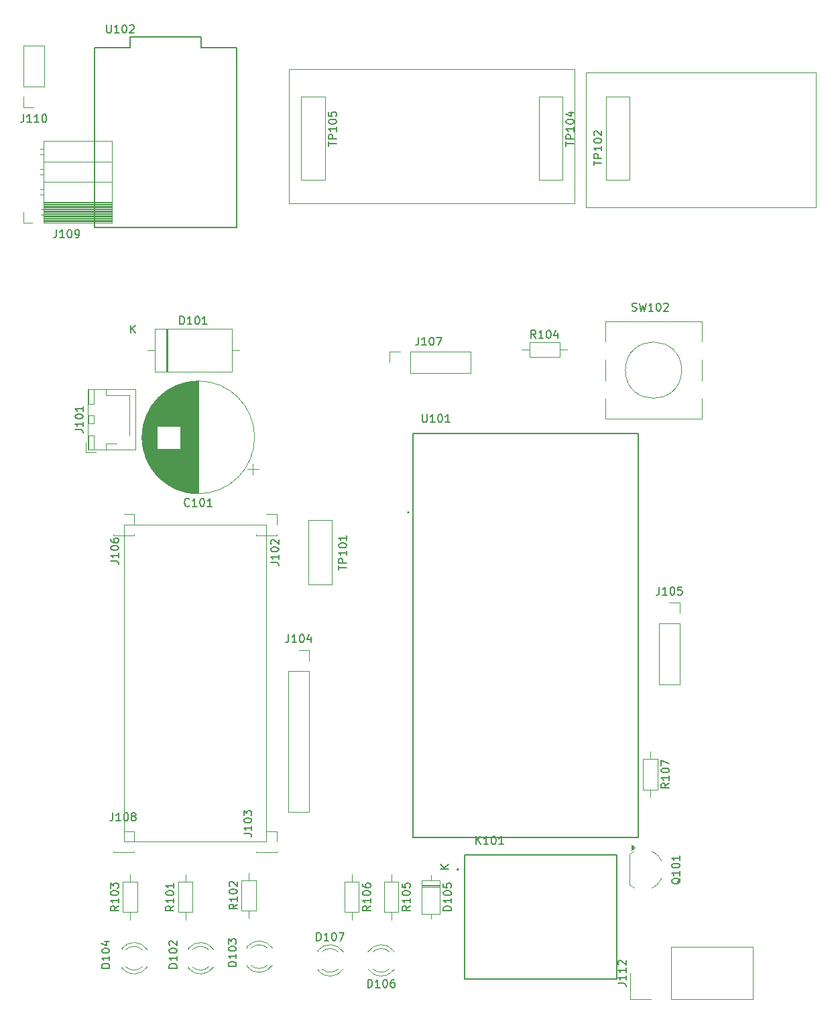
<source format=gbr>
%TF.GenerationSoftware,KiCad,Pcbnew,9.0.4*%
%TF.CreationDate,2025-11-10T11:10:46+05:30*%
%TF.ProjectId,BikeSSv3,42696b65-5353-4763-932e-6b696361645f,rev?*%
%TF.SameCoordinates,Original*%
%TF.FileFunction,Legend,Top*%
%TF.FilePolarity,Positive*%
%FSLAX46Y46*%
G04 Gerber Fmt 4.6, Leading zero omitted, Abs format (unit mm)*
G04 Created by KiCad (PCBNEW 9.0.4) date 2025-11-10 11:10:46*
%MOMM*%
%LPD*%
G01*
G04 APERTURE LIST*
%ADD10C,0.100000*%
%ADD11C,0.150000*%
%ADD12C,0.120000*%
%ADD13C,0.127000*%
%ADD14C,0.200000*%
G04 APERTURE END LIST*
D10*
X195100000Y-100025000D02*
X213100000Y-100025000D01*
X213100000Y-140025000D01*
X195100000Y-140025000D01*
X195100000Y-100025000D01*
X216000000Y-42500000D02*
X252000000Y-42500000D01*
X252000000Y-59500000D01*
X216000000Y-59500000D01*
X216000000Y-42500000D01*
D11*
X232314285Y-76379819D02*
X232314285Y-77094104D01*
X232314285Y-77094104D02*
X232266666Y-77236961D01*
X232266666Y-77236961D02*
X232171428Y-77332200D01*
X232171428Y-77332200D02*
X232028571Y-77379819D01*
X232028571Y-77379819D02*
X231933333Y-77379819D01*
X233314285Y-77379819D02*
X232742857Y-77379819D01*
X233028571Y-77379819D02*
X233028571Y-76379819D01*
X233028571Y-76379819D02*
X232933333Y-76522676D01*
X232933333Y-76522676D02*
X232838095Y-76617914D01*
X232838095Y-76617914D02*
X232742857Y-76665533D01*
X233933333Y-76379819D02*
X234028571Y-76379819D01*
X234028571Y-76379819D02*
X234123809Y-76427438D01*
X234123809Y-76427438D02*
X234171428Y-76475057D01*
X234171428Y-76475057D02*
X234219047Y-76570295D01*
X234219047Y-76570295D02*
X234266666Y-76760771D01*
X234266666Y-76760771D02*
X234266666Y-76998866D01*
X234266666Y-76998866D02*
X234219047Y-77189342D01*
X234219047Y-77189342D02*
X234171428Y-77284580D01*
X234171428Y-77284580D02*
X234123809Y-77332200D01*
X234123809Y-77332200D02*
X234028571Y-77379819D01*
X234028571Y-77379819D02*
X233933333Y-77379819D01*
X233933333Y-77379819D02*
X233838095Y-77332200D01*
X233838095Y-77332200D02*
X233790476Y-77284580D01*
X233790476Y-77284580D02*
X233742857Y-77189342D01*
X233742857Y-77189342D02*
X233695238Y-76998866D01*
X233695238Y-76998866D02*
X233695238Y-76760771D01*
X233695238Y-76760771D02*
X233742857Y-76570295D01*
X233742857Y-76570295D02*
X233790476Y-76475057D01*
X233790476Y-76475057D02*
X233838095Y-76427438D01*
X233838095Y-76427438D02*
X233933333Y-76379819D01*
X234600000Y-76379819D02*
X235266666Y-76379819D01*
X235266666Y-76379819D02*
X234838095Y-77379819D01*
X193714285Y-136379819D02*
X193714285Y-137094104D01*
X193714285Y-137094104D02*
X193666666Y-137236961D01*
X193666666Y-137236961D02*
X193571428Y-137332200D01*
X193571428Y-137332200D02*
X193428571Y-137379819D01*
X193428571Y-137379819D02*
X193333333Y-137379819D01*
X194714285Y-137379819D02*
X194142857Y-137379819D01*
X194428571Y-137379819D02*
X194428571Y-136379819D01*
X194428571Y-136379819D02*
X194333333Y-136522676D01*
X194333333Y-136522676D02*
X194238095Y-136617914D01*
X194238095Y-136617914D02*
X194142857Y-136665533D01*
X195333333Y-136379819D02*
X195428571Y-136379819D01*
X195428571Y-136379819D02*
X195523809Y-136427438D01*
X195523809Y-136427438D02*
X195571428Y-136475057D01*
X195571428Y-136475057D02*
X195619047Y-136570295D01*
X195619047Y-136570295D02*
X195666666Y-136760771D01*
X195666666Y-136760771D02*
X195666666Y-136998866D01*
X195666666Y-136998866D02*
X195619047Y-137189342D01*
X195619047Y-137189342D02*
X195571428Y-137284580D01*
X195571428Y-137284580D02*
X195523809Y-137332200D01*
X195523809Y-137332200D02*
X195428571Y-137379819D01*
X195428571Y-137379819D02*
X195333333Y-137379819D01*
X195333333Y-137379819D02*
X195238095Y-137332200D01*
X195238095Y-137332200D02*
X195190476Y-137284580D01*
X195190476Y-137284580D02*
X195142857Y-137189342D01*
X195142857Y-137189342D02*
X195095238Y-136998866D01*
X195095238Y-136998866D02*
X195095238Y-136760771D01*
X195095238Y-136760771D02*
X195142857Y-136570295D01*
X195142857Y-136570295D02*
X195190476Y-136475057D01*
X195190476Y-136475057D02*
X195238095Y-136427438D01*
X195238095Y-136427438D02*
X195333333Y-136379819D01*
X196238095Y-136808390D02*
X196142857Y-136760771D01*
X196142857Y-136760771D02*
X196095238Y-136713152D01*
X196095238Y-136713152D02*
X196047619Y-136617914D01*
X196047619Y-136617914D02*
X196047619Y-136570295D01*
X196047619Y-136570295D02*
X196095238Y-136475057D01*
X196095238Y-136475057D02*
X196142857Y-136427438D01*
X196142857Y-136427438D02*
X196238095Y-136379819D01*
X196238095Y-136379819D02*
X196428571Y-136379819D01*
X196428571Y-136379819D02*
X196523809Y-136427438D01*
X196523809Y-136427438D02*
X196571428Y-136475057D01*
X196571428Y-136475057D02*
X196619047Y-136570295D01*
X196619047Y-136570295D02*
X196619047Y-136617914D01*
X196619047Y-136617914D02*
X196571428Y-136713152D01*
X196571428Y-136713152D02*
X196523809Y-136760771D01*
X196523809Y-136760771D02*
X196428571Y-136808390D01*
X196428571Y-136808390D02*
X196238095Y-136808390D01*
X196238095Y-136808390D02*
X196142857Y-136856009D01*
X196142857Y-136856009D02*
X196095238Y-136903628D01*
X196095238Y-136903628D02*
X196047619Y-136998866D01*
X196047619Y-136998866D02*
X196047619Y-137189342D01*
X196047619Y-137189342D02*
X196095238Y-137284580D01*
X196095238Y-137284580D02*
X196142857Y-137332200D01*
X196142857Y-137332200D02*
X196238095Y-137379819D01*
X196238095Y-137379819D02*
X196428571Y-137379819D01*
X196428571Y-137379819D02*
X196523809Y-137332200D01*
X196523809Y-137332200D02*
X196571428Y-137284580D01*
X196571428Y-137284580D02*
X196619047Y-137189342D01*
X196619047Y-137189342D02*
X196619047Y-136998866D01*
X196619047Y-136998866D02*
X196571428Y-136903628D01*
X196571428Y-136903628D02*
X196523809Y-136856009D01*
X196523809Y-136856009D02*
X196428571Y-136808390D01*
X209414819Y-147919047D02*
X208938628Y-148252380D01*
X209414819Y-148490475D02*
X208414819Y-148490475D01*
X208414819Y-148490475D02*
X208414819Y-148109523D01*
X208414819Y-148109523D02*
X208462438Y-148014285D01*
X208462438Y-148014285D02*
X208510057Y-147966666D01*
X208510057Y-147966666D02*
X208605295Y-147919047D01*
X208605295Y-147919047D02*
X208748152Y-147919047D01*
X208748152Y-147919047D02*
X208843390Y-147966666D01*
X208843390Y-147966666D02*
X208891009Y-148014285D01*
X208891009Y-148014285D02*
X208938628Y-148109523D01*
X208938628Y-148109523D02*
X208938628Y-148490475D01*
X209414819Y-146966666D02*
X209414819Y-147538094D01*
X209414819Y-147252380D02*
X208414819Y-147252380D01*
X208414819Y-147252380D02*
X208557676Y-147347618D01*
X208557676Y-147347618D02*
X208652914Y-147442856D01*
X208652914Y-147442856D02*
X208700533Y-147538094D01*
X208414819Y-146347618D02*
X208414819Y-146252380D01*
X208414819Y-146252380D02*
X208462438Y-146157142D01*
X208462438Y-146157142D02*
X208510057Y-146109523D01*
X208510057Y-146109523D02*
X208605295Y-146061904D01*
X208605295Y-146061904D02*
X208795771Y-146014285D01*
X208795771Y-146014285D02*
X209033866Y-146014285D01*
X209033866Y-146014285D02*
X209224342Y-146061904D01*
X209224342Y-146061904D02*
X209319580Y-146109523D01*
X209319580Y-146109523D02*
X209367200Y-146157142D01*
X209367200Y-146157142D02*
X209414819Y-146252380D01*
X209414819Y-146252380D02*
X209414819Y-146347618D01*
X209414819Y-146347618D02*
X209367200Y-146442856D01*
X209367200Y-146442856D02*
X209319580Y-146490475D01*
X209319580Y-146490475D02*
X209224342Y-146538094D01*
X209224342Y-146538094D02*
X209033866Y-146585713D01*
X209033866Y-146585713D02*
X208795771Y-146585713D01*
X208795771Y-146585713D02*
X208605295Y-146538094D01*
X208605295Y-146538094D02*
X208510057Y-146490475D01*
X208510057Y-146490475D02*
X208462438Y-146442856D01*
X208462438Y-146442856D02*
X208414819Y-146347618D01*
X208510057Y-145633332D02*
X208462438Y-145585713D01*
X208462438Y-145585713D02*
X208414819Y-145490475D01*
X208414819Y-145490475D02*
X208414819Y-145252380D01*
X208414819Y-145252380D02*
X208462438Y-145157142D01*
X208462438Y-145157142D02*
X208510057Y-145109523D01*
X208510057Y-145109523D02*
X208605295Y-145061904D01*
X208605295Y-145061904D02*
X208700533Y-145061904D01*
X208700533Y-145061904D02*
X208843390Y-145109523D01*
X208843390Y-145109523D02*
X209414819Y-145680951D01*
X209414819Y-145680951D02*
X209414819Y-145061904D01*
X215914285Y-113864819D02*
X215914285Y-114579104D01*
X215914285Y-114579104D02*
X215866666Y-114721961D01*
X215866666Y-114721961D02*
X215771428Y-114817200D01*
X215771428Y-114817200D02*
X215628571Y-114864819D01*
X215628571Y-114864819D02*
X215533333Y-114864819D01*
X216914285Y-114864819D02*
X216342857Y-114864819D01*
X216628571Y-114864819D02*
X216628571Y-113864819D01*
X216628571Y-113864819D02*
X216533333Y-114007676D01*
X216533333Y-114007676D02*
X216438095Y-114102914D01*
X216438095Y-114102914D02*
X216342857Y-114150533D01*
X217533333Y-113864819D02*
X217628571Y-113864819D01*
X217628571Y-113864819D02*
X217723809Y-113912438D01*
X217723809Y-113912438D02*
X217771428Y-113960057D01*
X217771428Y-113960057D02*
X217819047Y-114055295D01*
X217819047Y-114055295D02*
X217866666Y-114245771D01*
X217866666Y-114245771D02*
X217866666Y-114483866D01*
X217866666Y-114483866D02*
X217819047Y-114674342D01*
X217819047Y-114674342D02*
X217771428Y-114769580D01*
X217771428Y-114769580D02*
X217723809Y-114817200D01*
X217723809Y-114817200D02*
X217628571Y-114864819D01*
X217628571Y-114864819D02*
X217533333Y-114864819D01*
X217533333Y-114864819D02*
X217438095Y-114817200D01*
X217438095Y-114817200D02*
X217390476Y-114769580D01*
X217390476Y-114769580D02*
X217342857Y-114674342D01*
X217342857Y-114674342D02*
X217295238Y-114483866D01*
X217295238Y-114483866D02*
X217295238Y-114245771D01*
X217295238Y-114245771D02*
X217342857Y-114055295D01*
X217342857Y-114055295D02*
X217390476Y-113960057D01*
X217390476Y-113960057D02*
X217438095Y-113912438D01*
X217438095Y-113912438D02*
X217533333Y-113864819D01*
X218723809Y-114198152D02*
X218723809Y-114864819D01*
X218485714Y-113817200D02*
X218247619Y-114531485D01*
X218247619Y-114531485D02*
X218866666Y-114531485D01*
X254454819Y-54674285D02*
X254454819Y-54102857D01*
X255454819Y-54388571D02*
X254454819Y-54388571D01*
X255454819Y-53769523D02*
X254454819Y-53769523D01*
X254454819Y-53769523D02*
X254454819Y-53388571D01*
X254454819Y-53388571D02*
X254502438Y-53293333D01*
X254502438Y-53293333D02*
X254550057Y-53245714D01*
X254550057Y-53245714D02*
X254645295Y-53198095D01*
X254645295Y-53198095D02*
X254788152Y-53198095D01*
X254788152Y-53198095D02*
X254883390Y-53245714D01*
X254883390Y-53245714D02*
X254931009Y-53293333D01*
X254931009Y-53293333D02*
X254978628Y-53388571D01*
X254978628Y-53388571D02*
X254978628Y-53769523D01*
X255454819Y-52245714D02*
X255454819Y-52817142D01*
X255454819Y-52531428D02*
X254454819Y-52531428D01*
X254454819Y-52531428D02*
X254597676Y-52626666D01*
X254597676Y-52626666D02*
X254692914Y-52721904D01*
X254692914Y-52721904D02*
X254740533Y-52817142D01*
X254454819Y-51626666D02*
X254454819Y-51531428D01*
X254454819Y-51531428D02*
X254502438Y-51436190D01*
X254502438Y-51436190D02*
X254550057Y-51388571D01*
X254550057Y-51388571D02*
X254645295Y-51340952D01*
X254645295Y-51340952D02*
X254835771Y-51293333D01*
X254835771Y-51293333D02*
X255073866Y-51293333D01*
X255073866Y-51293333D02*
X255264342Y-51340952D01*
X255264342Y-51340952D02*
X255359580Y-51388571D01*
X255359580Y-51388571D02*
X255407200Y-51436190D01*
X255407200Y-51436190D02*
X255454819Y-51531428D01*
X255454819Y-51531428D02*
X255454819Y-51626666D01*
X255454819Y-51626666D02*
X255407200Y-51721904D01*
X255407200Y-51721904D02*
X255359580Y-51769523D01*
X255359580Y-51769523D02*
X255264342Y-51817142D01*
X255264342Y-51817142D02*
X255073866Y-51864761D01*
X255073866Y-51864761D02*
X254835771Y-51864761D01*
X254835771Y-51864761D02*
X254645295Y-51817142D01*
X254645295Y-51817142D02*
X254550057Y-51769523D01*
X254550057Y-51769523D02*
X254502438Y-51721904D01*
X254502438Y-51721904D02*
X254454819Y-51626666D01*
X254550057Y-50912380D02*
X254502438Y-50864761D01*
X254502438Y-50864761D02*
X254454819Y-50769523D01*
X254454819Y-50769523D02*
X254454819Y-50531428D01*
X254454819Y-50531428D02*
X254502438Y-50436190D01*
X254502438Y-50436190D02*
X254550057Y-50388571D01*
X254550057Y-50388571D02*
X254645295Y-50340952D01*
X254645295Y-50340952D02*
X254740533Y-50340952D01*
X254740533Y-50340952D02*
X254883390Y-50388571D01*
X254883390Y-50388571D02*
X255454819Y-50959999D01*
X255454819Y-50959999D02*
X255454819Y-50340952D01*
X182439285Y-48249819D02*
X182439285Y-48964104D01*
X182439285Y-48964104D02*
X182391666Y-49106961D01*
X182391666Y-49106961D02*
X182296428Y-49202200D01*
X182296428Y-49202200D02*
X182153571Y-49249819D01*
X182153571Y-49249819D02*
X182058333Y-49249819D01*
X183439285Y-49249819D02*
X182867857Y-49249819D01*
X183153571Y-49249819D02*
X183153571Y-48249819D01*
X183153571Y-48249819D02*
X183058333Y-48392676D01*
X183058333Y-48392676D02*
X182963095Y-48487914D01*
X182963095Y-48487914D02*
X182867857Y-48535533D01*
X184391666Y-49249819D02*
X183820238Y-49249819D01*
X184105952Y-49249819D02*
X184105952Y-48249819D01*
X184105952Y-48249819D02*
X184010714Y-48392676D01*
X184010714Y-48392676D02*
X183915476Y-48487914D01*
X183915476Y-48487914D02*
X183820238Y-48535533D01*
X185010714Y-48249819D02*
X185105952Y-48249819D01*
X185105952Y-48249819D02*
X185201190Y-48297438D01*
X185201190Y-48297438D02*
X185248809Y-48345057D01*
X185248809Y-48345057D02*
X185296428Y-48440295D01*
X185296428Y-48440295D02*
X185344047Y-48630771D01*
X185344047Y-48630771D02*
X185344047Y-48868866D01*
X185344047Y-48868866D02*
X185296428Y-49059342D01*
X185296428Y-49059342D02*
X185248809Y-49154580D01*
X185248809Y-49154580D02*
X185201190Y-49202200D01*
X185201190Y-49202200D02*
X185105952Y-49249819D01*
X185105952Y-49249819D02*
X185010714Y-49249819D01*
X185010714Y-49249819D02*
X184915476Y-49202200D01*
X184915476Y-49202200D02*
X184867857Y-49154580D01*
X184867857Y-49154580D02*
X184820238Y-49059342D01*
X184820238Y-49059342D02*
X184772619Y-48868866D01*
X184772619Y-48868866D02*
X184772619Y-48630771D01*
X184772619Y-48630771D02*
X184820238Y-48440295D01*
X184820238Y-48440295D02*
X184867857Y-48345057D01*
X184867857Y-48345057D02*
X184915476Y-48297438D01*
X184915476Y-48297438D02*
X185010714Y-48249819D01*
X219459524Y-152494819D02*
X219459524Y-151494819D01*
X219459524Y-151494819D02*
X219697619Y-151494819D01*
X219697619Y-151494819D02*
X219840476Y-151542438D01*
X219840476Y-151542438D02*
X219935714Y-151637676D01*
X219935714Y-151637676D02*
X219983333Y-151732914D01*
X219983333Y-151732914D02*
X220030952Y-151923390D01*
X220030952Y-151923390D02*
X220030952Y-152066247D01*
X220030952Y-152066247D02*
X219983333Y-152256723D01*
X219983333Y-152256723D02*
X219935714Y-152351961D01*
X219935714Y-152351961D02*
X219840476Y-152447200D01*
X219840476Y-152447200D02*
X219697619Y-152494819D01*
X219697619Y-152494819D02*
X219459524Y-152494819D01*
X220983333Y-152494819D02*
X220411905Y-152494819D01*
X220697619Y-152494819D02*
X220697619Y-151494819D01*
X220697619Y-151494819D02*
X220602381Y-151637676D01*
X220602381Y-151637676D02*
X220507143Y-151732914D01*
X220507143Y-151732914D02*
X220411905Y-151780533D01*
X221602381Y-151494819D02*
X221697619Y-151494819D01*
X221697619Y-151494819D02*
X221792857Y-151542438D01*
X221792857Y-151542438D02*
X221840476Y-151590057D01*
X221840476Y-151590057D02*
X221888095Y-151685295D01*
X221888095Y-151685295D02*
X221935714Y-151875771D01*
X221935714Y-151875771D02*
X221935714Y-152113866D01*
X221935714Y-152113866D02*
X221888095Y-152304342D01*
X221888095Y-152304342D02*
X221840476Y-152399580D01*
X221840476Y-152399580D02*
X221792857Y-152447200D01*
X221792857Y-152447200D02*
X221697619Y-152494819D01*
X221697619Y-152494819D02*
X221602381Y-152494819D01*
X221602381Y-152494819D02*
X221507143Y-152447200D01*
X221507143Y-152447200D02*
X221459524Y-152399580D01*
X221459524Y-152399580D02*
X221411905Y-152304342D01*
X221411905Y-152304342D02*
X221364286Y-152113866D01*
X221364286Y-152113866D02*
X221364286Y-151875771D01*
X221364286Y-151875771D02*
X221411905Y-151685295D01*
X221411905Y-151685295D02*
X221459524Y-151590057D01*
X221459524Y-151590057D02*
X221507143Y-151542438D01*
X221507143Y-151542438D02*
X221602381Y-151494819D01*
X222269048Y-151494819D02*
X222935714Y-151494819D01*
X222935714Y-151494819D02*
X222507143Y-152494819D01*
X225919524Y-158414819D02*
X225919524Y-157414819D01*
X225919524Y-157414819D02*
X226157619Y-157414819D01*
X226157619Y-157414819D02*
X226300476Y-157462438D01*
X226300476Y-157462438D02*
X226395714Y-157557676D01*
X226395714Y-157557676D02*
X226443333Y-157652914D01*
X226443333Y-157652914D02*
X226490952Y-157843390D01*
X226490952Y-157843390D02*
X226490952Y-157986247D01*
X226490952Y-157986247D02*
X226443333Y-158176723D01*
X226443333Y-158176723D02*
X226395714Y-158271961D01*
X226395714Y-158271961D02*
X226300476Y-158367200D01*
X226300476Y-158367200D02*
X226157619Y-158414819D01*
X226157619Y-158414819D02*
X225919524Y-158414819D01*
X227443333Y-158414819D02*
X226871905Y-158414819D01*
X227157619Y-158414819D02*
X227157619Y-157414819D01*
X227157619Y-157414819D02*
X227062381Y-157557676D01*
X227062381Y-157557676D02*
X226967143Y-157652914D01*
X226967143Y-157652914D02*
X226871905Y-157700533D01*
X228062381Y-157414819D02*
X228157619Y-157414819D01*
X228157619Y-157414819D02*
X228252857Y-157462438D01*
X228252857Y-157462438D02*
X228300476Y-157510057D01*
X228300476Y-157510057D02*
X228348095Y-157605295D01*
X228348095Y-157605295D02*
X228395714Y-157795771D01*
X228395714Y-157795771D02*
X228395714Y-158033866D01*
X228395714Y-158033866D02*
X228348095Y-158224342D01*
X228348095Y-158224342D02*
X228300476Y-158319580D01*
X228300476Y-158319580D02*
X228252857Y-158367200D01*
X228252857Y-158367200D02*
X228157619Y-158414819D01*
X228157619Y-158414819D02*
X228062381Y-158414819D01*
X228062381Y-158414819D02*
X227967143Y-158367200D01*
X227967143Y-158367200D02*
X227919524Y-158319580D01*
X227919524Y-158319580D02*
X227871905Y-158224342D01*
X227871905Y-158224342D02*
X227824286Y-158033866D01*
X227824286Y-158033866D02*
X227824286Y-157795771D01*
X227824286Y-157795771D02*
X227871905Y-157605295D01*
X227871905Y-157605295D02*
X227919524Y-157510057D01*
X227919524Y-157510057D02*
X227967143Y-157462438D01*
X227967143Y-157462438D02*
X228062381Y-157414819D01*
X229252857Y-157414819D02*
X229062381Y-157414819D01*
X229062381Y-157414819D02*
X228967143Y-157462438D01*
X228967143Y-157462438D02*
X228919524Y-157510057D01*
X228919524Y-157510057D02*
X228824286Y-157652914D01*
X228824286Y-157652914D02*
X228776667Y-157843390D01*
X228776667Y-157843390D02*
X228776667Y-158224342D01*
X228776667Y-158224342D02*
X228824286Y-158319580D01*
X228824286Y-158319580D02*
X228871905Y-158367200D01*
X228871905Y-158367200D02*
X228967143Y-158414819D01*
X228967143Y-158414819D02*
X229157619Y-158414819D01*
X229157619Y-158414819D02*
X229252857Y-158367200D01*
X229252857Y-158367200D02*
X229300476Y-158319580D01*
X229300476Y-158319580D02*
X229348095Y-158224342D01*
X229348095Y-158224342D02*
X229348095Y-157986247D01*
X229348095Y-157986247D02*
X229300476Y-157891009D01*
X229300476Y-157891009D02*
X229252857Y-157843390D01*
X229252857Y-157843390D02*
X229157619Y-157795771D01*
X229157619Y-157795771D02*
X228967143Y-157795771D01*
X228967143Y-157795771D02*
X228871905Y-157843390D01*
X228871905Y-157843390D02*
X228824286Y-157891009D01*
X228824286Y-157891009D02*
X228776667Y-157986247D01*
X194414819Y-148119047D02*
X193938628Y-148452380D01*
X194414819Y-148690475D02*
X193414819Y-148690475D01*
X193414819Y-148690475D02*
X193414819Y-148309523D01*
X193414819Y-148309523D02*
X193462438Y-148214285D01*
X193462438Y-148214285D02*
X193510057Y-148166666D01*
X193510057Y-148166666D02*
X193605295Y-148119047D01*
X193605295Y-148119047D02*
X193748152Y-148119047D01*
X193748152Y-148119047D02*
X193843390Y-148166666D01*
X193843390Y-148166666D02*
X193891009Y-148214285D01*
X193891009Y-148214285D02*
X193938628Y-148309523D01*
X193938628Y-148309523D02*
X193938628Y-148690475D01*
X194414819Y-147166666D02*
X194414819Y-147738094D01*
X194414819Y-147452380D02*
X193414819Y-147452380D01*
X193414819Y-147452380D02*
X193557676Y-147547618D01*
X193557676Y-147547618D02*
X193652914Y-147642856D01*
X193652914Y-147642856D02*
X193700533Y-147738094D01*
X193414819Y-146547618D02*
X193414819Y-146452380D01*
X193414819Y-146452380D02*
X193462438Y-146357142D01*
X193462438Y-146357142D02*
X193510057Y-146309523D01*
X193510057Y-146309523D02*
X193605295Y-146261904D01*
X193605295Y-146261904D02*
X193795771Y-146214285D01*
X193795771Y-146214285D02*
X194033866Y-146214285D01*
X194033866Y-146214285D02*
X194224342Y-146261904D01*
X194224342Y-146261904D02*
X194319580Y-146309523D01*
X194319580Y-146309523D02*
X194367200Y-146357142D01*
X194367200Y-146357142D02*
X194414819Y-146452380D01*
X194414819Y-146452380D02*
X194414819Y-146547618D01*
X194414819Y-146547618D02*
X194367200Y-146642856D01*
X194367200Y-146642856D02*
X194319580Y-146690475D01*
X194319580Y-146690475D02*
X194224342Y-146738094D01*
X194224342Y-146738094D02*
X194033866Y-146785713D01*
X194033866Y-146785713D02*
X193795771Y-146785713D01*
X193795771Y-146785713D02*
X193605295Y-146738094D01*
X193605295Y-146738094D02*
X193510057Y-146690475D01*
X193510057Y-146690475D02*
X193462438Y-146642856D01*
X193462438Y-146642856D02*
X193414819Y-146547618D01*
X193414819Y-145880951D02*
X193414819Y-145261904D01*
X193414819Y-145261904D02*
X193795771Y-145595237D01*
X193795771Y-145595237D02*
X193795771Y-145452380D01*
X193795771Y-145452380D02*
X193843390Y-145357142D01*
X193843390Y-145357142D02*
X193891009Y-145309523D01*
X193891009Y-145309523D02*
X193986247Y-145261904D01*
X193986247Y-145261904D02*
X194224342Y-145261904D01*
X194224342Y-145261904D02*
X194319580Y-145309523D01*
X194319580Y-145309523D02*
X194367200Y-145357142D01*
X194367200Y-145357142D02*
X194414819Y-145452380D01*
X194414819Y-145452380D02*
X194414819Y-145738094D01*
X194414819Y-145738094D02*
X194367200Y-145833332D01*
X194367200Y-145833332D02*
X194319580Y-145880951D01*
X222234819Y-105739285D02*
X222234819Y-105167857D01*
X223234819Y-105453571D02*
X222234819Y-105453571D01*
X223234819Y-104834523D02*
X222234819Y-104834523D01*
X222234819Y-104834523D02*
X222234819Y-104453571D01*
X222234819Y-104453571D02*
X222282438Y-104358333D01*
X222282438Y-104358333D02*
X222330057Y-104310714D01*
X222330057Y-104310714D02*
X222425295Y-104263095D01*
X222425295Y-104263095D02*
X222568152Y-104263095D01*
X222568152Y-104263095D02*
X222663390Y-104310714D01*
X222663390Y-104310714D02*
X222711009Y-104358333D01*
X222711009Y-104358333D02*
X222758628Y-104453571D01*
X222758628Y-104453571D02*
X222758628Y-104834523D01*
X223234819Y-103310714D02*
X223234819Y-103882142D01*
X223234819Y-103596428D02*
X222234819Y-103596428D01*
X222234819Y-103596428D02*
X222377676Y-103691666D01*
X222377676Y-103691666D02*
X222472914Y-103786904D01*
X222472914Y-103786904D02*
X222520533Y-103882142D01*
X222234819Y-102691666D02*
X222234819Y-102596428D01*
X222234819Y-102596428D02*
X222282438Y-102501190D01*
X222282438Y-102501190D02*
X222330057Y-102453571D01*
X222330057Y-102453571D02*
X222425295Y-102405952D01*
X222425295Y-102405952D02*
X222615771Y-102358333D01*
X222615771Y-102358333D02*
X222853866Y-102358333D01*
X222853866Y-102358333D02*
X223044342Y-102405952D01*
X223044342Y-102405952D02*
X223139580Y-102453571D01*
X223139580Y-102453571D02*
X223187200Y-102501190D01*
X223187200Y-102501190D02*
X223234819Y-102596428D01*
X223234819Y-102596428D02*
X223234819Y-102691666D01*
X223234819Y-102691666D02*
X223187200Y-102786904D01*
X223187200Y-102786904D02*
X223139580Y-102834523D01*
X223139580Y-102834523D02*
X223044342Y-102882142D01*
X223044342Y-102882142D02*
X222853866Y-102929761D01*
X222853866Y-102929761D02*
X222615771Y-102929761D01*
X222615771Y-102929761D02*
X222425295Y-102882142D01*
X222425295Y-102882142D02*
X222330057Y-102834523D01*
X222330057Y-102834523D02*
X222282438Y-102786904D01*
X222282438Y-102786904D02*
X222234819Y-102691666D01*
X223234819Y-101405952D02*
X223234819Y-101977380D01*
X223234819Y-101691666D02*
X222234819Y-101691666D01*
X222234819Y-101691666D02*
X222377676Y-101786904D01*
X222377676Y-101786904D02*
X222472914Y-101882142D01*
X222472914Y-101882142D02*
X222520533Y-101977380D01*
X231254819Y-148119047D02*
X230778628Y-148452380D01*
X231254819Y-148690475D02*
X230254819Y-148690475D01*
X230254819Y-148690475D02*
X230254819Y-148309523D01*
X230254819Y-148309523D02*
X230302438Y-148214285D01*
X230302438Y-148214285D02*
X230350057Y-148166666D01*
X230350057Y-148166666D02*
X230445295Y-148119047D01*
X230445295Y-148119047D02*
X230588152Y-148119047D01*
X230588152Y-148119047D02*
X230683390Y-148166666D01*
X230683390Y-148166666D02*
X230731009Y-148214285D01*
X230731009Y-148214285D02*
X230778628Y-148309523D01*
X230778628Y-148309523D02*
X230778628Y-148690475D01*
X231254819Y-147166666D02*
X231254819Y-147738094D01*
X231254819Y-147452380D02*
X230254819Y-147452380D01*
X230254819Y-147452380D02*
X230397676Y-147547618D01*
X230397676Y-147547618D02*
X230492914Y-147642856D01*
X230492914Y-147642856D02*
X230540533Y-147738094D01*
X230254819Y-146547618D02*
X230254819Y-146452380D01*
X230254819Y-146452380D02*
X230302438Y-146357142D01*
X230302438Y-146357142D02*
X230350057Y-146309523D01*
X230350057Y-146309523D02*
X230445295Y-146261904D01*
X230445295Y-146261904D02*
X230635771Y-146214285D01*
X230635771Y-146214285D02*
X230873866Y-146214285D01*
X230873866Y-146214285D02*
X231064342Y-146261904D01*
X231064342Y-146261904D02*
X231159580Y-146309523D01*
X231159580Y-146309523D02*
X231207200Y-146357142D01*
X231207200Y-146357142D02*
X231254819Y-146452380D01*
X231254819Y-146452380D02*
X231254819Y-146547618D01*
X231254819Y-146547618D02*
X231207200Y-146642856D01*
X231207200Y-146642856D02*
X231159580Y-146690475D01*
X231159580Y-146690475D02*
X231064342Y-146738094D01*
X231064342Y-146738094D02*
X230873866Y-146785713D01*
X230873866Y-146785713D02*
X230635771Y-146785713D01*
X230635771Y-146785713D02*
X230445295Y-146738094D01*
X230445295Y-146738094D02*
X230350057Y-146690475D01*
X230350057Y-146690475D02*
X230302438Y-146642856D01*
X230302438Y-146642856D02*
X230254819Y-146547618D01*
X230254819Y-145309523D02*
X230254819Y-145785713D01*
X230254819Y-145785713D02*
X230731009Y-145833332D01*
X230731009Y-145833332D02*
X230683390Y-145785713D01*
X230683390Y-145785713D02*
X230635771Y-145690475D01*
X230635771Y-145690475D02*
X230635771Y-145452380D01*
X230635771Y-145452380D02*
X230683390Y-145357142D01*
X230683390Y-145357142D02*
X230731009Y-145309523D01*
X230731009Y-145309523D02*
X230826247Y-145261904D01*
X230826247Y-145261904D02*
X231064342Y-145261904D01*
X231064342Y-145261904D02*
X231159580Y-145309523D01*
X231159580Y-145309523D02*
X231207200Y-145357142D01*
X231207200Y-145357142D02*
X231254819Y-145452380D01*
X231254819Y-145452380D02*
X231254819Y-145690475D01*
X231254819Y-145690475D02*
X231207200Y-145785713D01*
X231207200Y-145785713D02*
X231159580Y-145833332D01*
X209304819Y-155715475D02*
X208304819Y-155715475D01*
X208304819Y-155715475D02*
X208304819Y-155477380D01*
X208304819Y-155477380D02*
X208352438Y-155334523D01*
X208352438Y-155334523D02*
X208447676Y-155239285D01*
X208447676Y-155239285D02*
X208542914Y-155191666D01*
X208542914Y-155191666D02*
X208733390Y-155144047D01*
X208733390Y-155144047D02*
X208876247Y-155144047D01*
X208876247Y-155144047D02*
X209066723Y-155191666D01*
X209066723Y-155191666D02*
X209161961Y-155239285D01*
X209161961Y-155239285D02*
X209257200Y-155334523D01*
X209257200Y-155334523D02*
X209304819Y-155477380D01*
X209304819Y-155477380D02*
X209304819Y-155715475D01*
X209304819Y-154191666D02*
X209304819Y-154763094D01*
X209304819Y-154477380D02*
X208304819Y-154477380D01*
X208304819Y-154477380D02*
X208447676Y-154572618D01*
X208447676Y-154572618D02*
X208542914Y-154667856D01*
X208542914Y-154667856D02*
X208590533Y-154763094D01*
X208304819Y-153572618D02*
X208304819Y-153477380D01*
X208304819Y-153477380D02*
X208352438Y-153382142D01*
X208352438Y-153382142D02*
X208400057Y-153334523D01*
X208400057Y-153334523D02*
X208495295Y-153286904D01*
X208495295Y-153286904D02*
X208685771Y-153239285D01*
X208685771Y-153239285D02*
X208923866Y-153239285D01*
X208923866Y-153239285D02*
X209114342Y-153286904D01*
X209114342Y-153286904D02*
X209209580Y-153334523D01*
X209209580Y-153334523D02*
X209257200Y-153382142D01*
X209257200Y-153382142D02*
X209304819Y-153477380D01*
X209304819Y-153477380D02*
X209304819Y-153572618D01*
X209304819Y-153572618D02*
X209257200Y-153667856D01*
X209257200Y-153667856D02*
X209209580Y-153715475D01*
X209209580Y-153715475D02*
X209114342Y-153763094D01*
X209114342Y-153763094D02*
X208923866Y-153810713D01*
X208923866Y-153810713D02*
X208685771Y-153810713D01*
X208685771Y-153810713D02*
X208495295Y-153763094D01*
X208495295Y-153763094D02*
X208400057Y-153715475D01*
X208400057Y-153715475D02*
X208352438Y-153667856D01*
X208352438Y-153667856D02*
X208304819Y-153572618D01*
X208304819Y-152905951D02*
X208304819Y-152286904D01*
X208304819Y-152286904D02*
X208685771Y-152620237D01*
X208685771Y-152620237D02*
X208685771Y-152477380D01*
X208685771Y-152477380D02*
X208733390Y-152382142D01*
X208733390Y-152382142D02*
X208781009Y-152334523D01*
X208781009Y-152334523D02*
X208876247Y-152286904D01*
X208876247Y-152286904D02*
X209114342Y-152286904D01*
X209114342Y-152286904D02*
X209209580Y-152334523D01*
X209209580Y-152334523D02*
X209257200Y-152382142D01*
X209257200Y-152382142D02*
X209304819Y-152477380D01*
X209304819Y-152477380D02*
X209304819Y-152763094D01*
X209304819Y-152763094D02*
X209257200Y-152858332D01*
X209257200Y-152858332D02*
X209209580Y-152905951D01*
X265400057Y-144617619D02*
X265352438Y-144712857D01*
X265352438Y-144712857D02*
X265257200Y-144808095D01*
X265257200Y-144808095D02*
X265114342Y-144950952D01*
X265114342Y-144950952D02*
X265066723Y-145046190D01*
X265066723Y-145046190D02*
X265066723Y-145141428D01*
X265304819Y-145093809D02*
X265257200Y-145189047D01*
X265257200Y-145189047D02*
X265161961Y-145284285D01*
X265161961Y-145284285D02*
X264971485Y-145331904D01*
X264971485Y-145331904D02*
X264638152Y-145331904D01*
X264638152Y-145331904D02*
X264447676Y-145284285D01*
X264447676Y-145284285D02*
X264352438Y-145189047D01*
X264352438Y-145189047D02*
X264304819Y-145093809D01*
X264304819Y-145093809D02*
X264304819Y-144903333D01*
X264304819Y-144903333D02*
X264352438Y-144808095D01*
X264352438Y-144808095D02*
X264447676Y-144712857D01*
X264447676Y-144712857D02*
X264638152Y-144665238D01*
X264638152Y-144665238D02*
X264971485Y-144665238D01*
X264971485Y-144665238D02*
X265161961Y-144712857D01*
X265161961Y-144712857D02*
X265257200Y-144808095D01*
X265257200Y-144808095D02*
X265304819Y-144903333D01*
X265304819Y-144903333D02*
X265304819Y-145093809D01*
X265304819Y-143712857D02*
X265304819Y-144284285D01*
X265304819Y-143998571D02*
X264304819Y-143998571D01*
X264304819Y-143998571D02*
X264447676Y-144093809D01*
X264447676Y-144093809D02*
X264542914Y-144189047D01*
X264542914Y-144189047D02*
X264590533Y-144284285D01*
X264304819Y-143093809D02*
X264304819Y-142998571D01*
X264304819Y-142998571D02*
X264352438Y-142903333D01*
X264352438Y-142903333D02*
X264400057Y-142855714D01*
X264400057Y-142855714D02*
X264495295Y-142808095D01*
X264495295Y-142808095D02*
X264685771Y-142760476D01*
X264685771Y-142760476D02*
X264923866Y-142760476D01*
X264923866Y-142760476D02*
X265114342Y-142808095D01*
X265114342Y-142808095D02*
X265209580Y-142855714D01*
X265209580Y-142855714D02*
X265257200Y-142903333D01*
X265257200Y-142903333D02*
X265304819Y-142998571D01*
X265304819Y-142998571D02*
X265304819Y-143093809D01*
X265304819Y-143093809D02*
X265257200Y-143189047D01*
X265257200Y-143189047D02*
X265209580Y-143236666D01*
X265209580Y-143236666D02*
X265114342Y-143284285D01*
X265114342Y-143284285D02*
X264923866Y-143331904D01*
X264923866Y-143331904D02*
X264685771Y-143331904D01*
X264685771Y-143331904D02*
X264495295Y-143284285D01*
X264495295Y-143284285D02*
X264400057Y-143236666D01*
X264400057Y-143236666D02*
X264352438Y-143189047D01*
X264352438Y-143189047D02*
X264304819Y-143093809D01*
X265304819Y-141808095D02*
X265304819Y-142379523D01*
X265304819Y-142093809D02*
X264304819Y-142093809D01*
X264304819Y-142093809D02*
X264447676Y-142189047D01*
X264447676Y-142189047D02*
X264542914Y-142284285D01*
X264542914Y-142284285D02*
X264590533Y-142379523D01*
X259294286Y-73022200D02*
X259437143Y-73069819D01*
X259437143Y-73069819D02*
X259675238Y-73069819D01*
X259675238Y-73069819D02*
X259770476Y-73022200D01*
X259770476Y-73022200D02*
X259818095Y-72974580D01*
X259818095Y-72974580D02*
X259865714Y-72879342D01*
X259865714Y-72879342D02*
X259865714Y-72784104D01*
X259865714Y-72784104D02*
X259818095Y-72688866D01*
X259818095Y-72688866D02*
X259770476Y-72641247D01*
X259770476Y-72641247D02*
X259675238Y-72593628D01*
X259675238Y-72593628D02*
X259484762Y-72546009D01*
X259484762Y-72546009D02*
X259389524Y-72498390D01*
X259389524Y-72498390D02*
X259341905Y-72450771D01*
X259341905Y-72450771D02*
X259294286Y-72355533D01*
X259294286Y-72355533D02*
X259294286Y-72260295D01*
X259294286Y-72260295D02*
X259341905Y-72165057D01*
X259341905Y-72165057D02*
X259389524Y-72117438D01*
X259389524Y-72117438D02*
X259484762Y-72069819D01*
X259484762Y-72069819D02*
X259722857Y-72069819D01*
X259722857Y-72069819D02*
X259865714Y-72117438D01*
X260199048Y-72069819D02*
X260437143Y-73069819D01*
X260437143Y-73069819D02*
X260627619Y-72355533D01*
X260627619Y-72355533D02*
X260818095Y-73069819D01*
X260818095Y-73069819D02*
X261056191Y-72069819D01*
X261960952Y-73069819D02*
X261389524Y-73069819D01*
X261675238Y-73069819D02*
X261675238Y-72069819D01*
X261675238Y-72069819D02*
X261580000Y-72212676D01*
X261580000Y-72212676D02*
X261484762Y-72307914D01*
X261484762Y-72307914D02*
X261389524Y-72355533D01*
X262580000Y-72069819D02*
X262675238Y-72069819D01*
X262675238Y-72069819D02*
X262770476Y-72117438D01*
X262770476Y-72117438D02*
X262818095Y-72165057D01*
X262818095Y-72165057D02*
X262865714Y-72260295D01*
X262865714Y-72260295D02*
X262913333Y-72450771D01*
X262913333Y-72450771D02*
X262913333Y-72688866D01*
X262913333Y-72688866D02*
X262865714Y-72879342D01*
X262865714Y-72879342D02*
X262818095Y-72974580D01*
X262818095Y-72974580D02*
X262770476Y-73022200D01*
X262770476Y-73022200D02*
X262675238Y-73069819D01*
X262675238Y-73069819D02*
X262580000Y-73069819D01*
X262580000Y-73069819D02*
X262484762Y-73022200D01*
X262484762Y-73022200D02*
X262437143Y-72974580D01*
X262437143Y-72974580D02*
X262389524Y-72879342D01*
X262389524Y-72879342D02*
X262341905Y-72688866D01*
X262341905Y-72688866D02*
X262341905Y-72450771D01*
X262341905Y-72450771D02*
X262389524Y-72260295D01*
X262389524Y-72260295D02*
X262437143Y-72165057D01*
X262437143Y-72165057D02*
X262484762Y-72117438D01*
X262484762Y-72117438D02*
X262580000Y-72069819D01*
X263294286Y-72165057D02*
X263341905Y-72117438D01*
X263341905Y-72117438D02*
X263437143Y-72069819D01*
X263437143Y-72069819D02*
X263675238Y-72069819D01*
X263675238Y-72069819D02*
X263770476Y-72117438D01*
X263770476Y-72117438D02*
X263818095Y-72165057D01*
X263818095Y-72165057D02*
X263865714Y-72260295D01*
X263865714Y-72260295D02*
X263865714Y-72355533D01*
X263865714Y-72355533D02*
X263818095Y-72498390D01*
X263818095Y-72498390D02*
X263246667Y-73069819D01*
X263246667Y-73069819D02*
X263865714Y-73069819D01*
X262714285Y-107884819D02*
X262714285Y-108599104D01*
X262714285Y-108599104D02*
X262666666Y-108741961D01*
X262666666Y-108741961D02*
X262571428Y-108837200D01*
X262571428Y-108837200D02*
X262428571Y-108884819D01*
X262428571Y-108884819D02*
X262333333Y-108884819D01*
X263714285Y-108884819D02*
X263142857Y-108884819D01*
X263428571Y-108884819D02*
X263428571Y-107884819D01*
X263428571Y-107884819D02*
X263333333Y-108027676D01*
X263333333Y-108027676D02*
X263238095Y-108122914D01*
X263238095Y-108122914D02*
X263142857Y-108170533D01*
X264333333Y-107884819D02*
X264428571Y-107884819D01*
X264428571Y-107884819D02*
X264523809Y-107932438D01*
X264523809Y-107932438D02*
X264571428Y-107980057D01*
X264571428Y-107980057D02*
X264619047Y-108075295D01*
X264619047Y-108075295D02*
X264666666Y-108265771D01*
X264666666Y-108265771D02*
X264666666Y-108503866D01*
X264666666Y-108503866D02*
X264619047Y-108694342D01*
X264619047Y-108694342D02*
X264571428Y-108789580D01*
X264571428Y-108789580D02*
X264523809Y-108837200D01*
X264523809Y-108837200D02*
X264428571Y-108884819D01*
X264428571Y-108884819D02*
X264333333Y-108884819D01*
X264333333Y-108884819D02*
X264238095Y-108837200D01*
X264238095Y-108837200D02*
X264190476Y-108789580D01*
X264190476Y-108789580D02*
X264142857Y-108694342D01*
X264142857Y-108694342D02*
X264095238Y-108503866D01*
X264095238Y-108503866D02*
X264095238Y-108265771D01*
X264095238Y-108265771D02*
X264142857Y-108075295D01*
X264142857Y-108075295D02*
X264190476Y-107980057D01*
X264190476Y-107980057D02*
X264238095Y-107932438D01*
X264238095Y-107932438D02*
X264333333Y-107884819D01*
X265571428Y-107884819D02*
X265095238Y-107884819D01*
X265095238Y-107884819D02*
X265047619Y-108361009D01*
X265047619Y-108361009D02*
X265095238Y-108313390D01*
X265095238Y-108313390D02*
X265190476Y-108265771D01*
X265190476Y-108265771D02*
X265428571Y-108265771D01*
X265428571Y-108265771D02*
X265523809Y-108313390D01*
X265523809Y-108313390D02*
X265571428Y-108361009D01*
X265571428Y-108361009D02*
X265619047Y-108456247D01*
X265619047Y-108456247D02*
X265619047Y-108694342D01*
X265619047Y-108694342D02*
X265571428Y-108789580D01*
X265571428Y-108789580D02*
X265523809Y-108837200D01*
X265523809Y-108837200D02*
X265428571Y-108884819D01*
X265428571Y-108884819D02*
X265190476Y-108884819D01*
X265190476Y-108884819D02*
X265095238Y-108837200D01*
X265095238Y-108837200D02*
X265047619Y-108789580D01*
X250954819Y-52254285D02*
X250954819Y-51682857D01*
X251954819Y-51968571D02*
X250954819Y-51968571D01*
X251954819Y-51349523D02*
X250954819Y-51349523D01*
X250954819Y-51349523D02*
X250954819Y-50968571D01*
X250954819Y-50968571D02*
X251002438Y-50873333D01*
X251002438Y-50873333D02*
X251050057Y-50825714D01*
X251050057Y-50825714D02*
X251145295Y-50778095D01*
X251145295Y-50778095D02*
X251288152Y-50778095D01*
X251288152Y-50778095D02*
X251383390Y-50825714D01*
X251383390Y-50825714D02*
X251431009Y-50873333D01*
X251431009Y-50873333D02*
X251478628Y-50968571D01*
X251478628Y-50968571D02*
X251478628Y-51349523D01*
X251954819Y-49825714D02*
X251954819Y-50397142D01*
X251954819Y-50111428D02*
X250954819Y-50111428D01*
X250954819Y-50111428D02*
X251097676Y-50206666D01*
X251097676Y-50206666D02*
X251192914Y-50301904D01*
X251192914Y-50301904D02*
X251240533Y-50397142D01*
X250954819Y-49206666D02*
X250954819Y-49111428D01*
X250954819Y-49111428D02*
X251002438Y-49016190D01*
X251002438Y-49016190D02*
X251050057Y-48968571D01*
X251050057Y-48968571D02*
X251145295Y-48920952D01*
X251145295Y-48920952D02*
X251335771Y-48873333D01*
X251335771Y-48873333D02*
X251573866Y-48873333D01*
X251573866Y-48873333D02*
X251764342Y-48920952D01*
X251764342Y-48920952D02*
X251859580Y-48968571D01*
X251859580Y-48968571D02*
X251907200Y-49016190D01*
X251907200Y-49016190D02*
X251954819Y-49111428D01*
X251954819Y-49111428D02*
X251954819Y-49206666D01*
X251954819Y-49206666D02*
X251907200Y-49301904D01*
X251907200Y-49301904D02*
X251859580Y-49349523D01*
X251859580Y-49349523D02*
X251764342Y-49397142D01*
X251764342Y-49397142D02*
X251573866Y-49444761D01*
X251573866Y-49444761D02*
X251335771Y-49444761D01*
X251335771Y-49444761D02*
X251145295Y-49397142D01*
X251145295Y-49397142D02*
X251050057Y-49349523D01*
X251050057Y-49349523D02*
X251002438Y-49301904D01*
X251002438Y-49301904D02*
X250954819Y-49206666D01*
X251288152Y-48016190D02*
X251954819Y-48016190D01*
X250907200Y-48254285D02*
X251621485Y-48492380D01*
X251621485Y-48492380D02*
X251621485Y-47873333D01*
X193454819Y-104610714D02*
X194169104Y-104610714D01*
X194169104Y-104610714D02*
X194311961Y-104658333D01*
X194311961Y-104658333D02*
X194407200Y-104753571D01*
X194407200Y-104753571D02*
X194454819Y-104896428D01*
X194454819Y-104896428D02*
X194454819Y-104991666D01*
X194454819Y-103610714D02*
X194454819Y-104182142D01*
X194454819Y-103896428D02*
X193454819Y-103896428D01*
X193454819Y-103896428D02*
X193597676Y-103991666D01*
X193597676Y-103991666D02*
X193692914Y-104086904D01*
X193692914Y-104086904D02*
X193740533Y-104182142D01*
X193454819Y-102991666D02*
X193454819Y-102896428D01*
X193454819Y-102896428D02*
X193502438Y-102801190D01*
X193502438Y-102801190D02*
X193550057Y-102753571D01*
X193550057Y-102753571D02*
X193645295Y-102705952D01*
X193645295Y-102705952D02*
X193835771Y-102658333D01*
X193835771Y-102658333D02*
X194073866Y-102658333D01*
X194073866Y-102658333D02*
X194264342Y-102705952D01*
X194264342Y-102705952D02*
X194359580Y-102753571D01*
X194359580Y-102753571D02*
X194407200Y-102801190D01*
X194407200Y-102801190D02*
X194454819Y-102896428D01*
X194454819Y-102896428D02*
X194454819Y-102991666D01*
X194454819Y-102991666D02*
X194407200Y-103086904D01*
X194407200Y-103086904D02*
X194359580Y-103134523D01*
X194359580Y-103134523D02*
X194264342Y-103182142D01*
X194264342Y-103182142D02*
X194073866Y-103229761D01*
X194073866Y-103229761D02*
X193835771Y-103229761D01*
X193835771Y-103229761D02*
X193645295Y-103182142D01*
X193645295Y-103182142D02*
X193550057Y-103134523D01*
X193550057Y-103134523D02*
X193502438Y-103086904D01*
X193502438Y-103086904D02*
X193454819Y-102991666D01*
X193454819Y-101801190D02*
X193454819Y-101991666D01*
X193454819Y-101991666D02*
X193502438Y-102086904D01*
X193502438Y-102086904D02*
X193550057Y-102134523D01*
X193550057Y-102134523D02*
X193692914Y-102229761D01*
X193692914Y-102229761D02*
X193883390Y-102277380D01*
X193883390Y-102277380D02*
X194264342Y-102277380D01*
X194264342Y-102277380D02*
X194359580Y-102229761D01*
X194359580Y-102229761D02*
X194407200Y-102182142D01*
X194407200Y-102182142D02*
X194454819Y-102086904D01*
X194454819Y-102086904D02*
X194454819Y-101896428D01*
X194454819Y-101896428D02*
X194407200Y-101801190D01*
X194407200Y-101801190D02*
X194359580Y-101753571D01*
X194359580Y-101753571D02*
X194264342Y-101705952D01*
X194264342Y-101705952D02*
X194026247Y-101705952D01*
X194026247Y-101705952D02*
X193931009Y-101753571D01*
X193931009Y-101753571D02*
X193883390Y-101801190D01*
X193883390Y-101801190D02*
X193835771Y-101896428D01*
X193835771Y-101896428D02*
X193835771Y-102086904D01*
X193835771Y-102086904D02*
X193883390Y-102182142D01*
X193883390Y-102182142D02*
X193931009Y-102229761D01*
X193931009Y-102229761D02*
X194026247Y-102277380D01*
X263974819Y-132644047D02*
X263498628Y-132977380D01*
X263974819Y-133215475D02*
X262974819Y-133215475D01*
X262974819Y-133215475D02*
X262974819Y-132834523D01*
X262974819Y-132834523D02*
X263022438Y-132739285D01*
X263022438Y-132739285D02*
X263070057Y-132691666D01*
X263070057Y-132691666D02*
X263165295Y-132644047D01*
X263165295Y-132644047D02*
X263308152Y-132644047D01*
X263308152Y-132644047D02*
X263403390Y-132691666D01*
X263403390Y-132691666D02*
X263451009Y-132739285D01*
X263451009Y-132739285D02*
X263498628Y-132834523D01*
X263498628Y-132834523D02*
X263498628Y-133215475D01*
X263974819Y-131691666D02*
X263974819Y-132263094D01*
X263974819Y-131977380D02*
X262974819Y-131977380D01*
X262974819Y-131977380D02*
X263117676Y-132072618D01*
X263117676Y-132072618D02*
X263212914Y-132167856D01*
X263212914Y-132167856D02*
X263260533Y-132263094D01*
X262974819Y-131072618D02*
X262974819Y-130977380D01*
X262974819Y-130977380D02*
X263022438Y-130882142D01*
X263022438Y-130882142D02*
X263070057Y-130834523D01*
X263070057Y-130834523D02*
X263165295Y-130786904D01*
X263165295Y-130786904D02*
X263355771Y-130739285D01*
X263355771Y-130739285D02*
X263593866Y-130739285D01*
X263593866Y-130739285D02*
X263784342Y-130786904D01*
X263784342Y-130786904D02*
X263879580Y-130834523D01*
X263879580Y-130834523D02*
X263927200Y-130882142D01*
X263927200Y-130882142D02*
X263974819Y-130977380D01*
X263974819Y-130977380D02*
X263974819Y-131072618D01*
X263974819Y-131072618D02*
X263927200Y-131167856D01*
X263927200Y-131167856D02*
X263879580Y-131215475D01*
X263879580Y-131215475D02*
X263784342Y-131263094D01*
X263784342Y-131263094D02*
X263593866Y-131310713D01*
X263593866Y-131310713D02*
X263355771Y-131310713D01*
X263355771Y-131310713D02*
X263165295Y-131263094D01*
X263165295Y-131263094D02*
X263070057Y-131215475D01*
X263070057Y-131215475D02*
X263022438Y-131167856D01*
X263022438Y-131167856D02*
X262974819Y-131072618D01*
X262974819Y-130405951D02*
X262974819Y-129739285D01*
X262974819Y-129739285D02*
X263974819Y-130167856D01*
X201414819Y-148119047D02*
X200938628Y-148452380D01*
X201414819Y-148690475D02*
X200414819Y-148690475D01*
X200414819Y-148690475D02*
X200414819Y-148309523D01*
X200414819Y-148309523D02*
X200462438Y-148214285D01*
X200462438Y-148214285D02*
X200510057Y-148166666D01*
X200510057Y-148166666D02*
X200605295Y-148119047D01*
X200605295Y-148119047D02*
X200748152Y-148119047D01*
X200748152Y-148119047D02*
X200843390Y-148166666D01*
X200843390Y-148166666D02*
X200891009Y-148214285D01*
X200891009Y-148214285D02*
X200938628Y-148309523D01*
X200938628Y-148309523D02*
X200938628Y-148690475D01*
X201414819Y-147166666D02*
X201414819Y-147738094D01*
X201414819Y-147452380D02*
X200414819Y-147452380D01*
X200414819Y-147452380D02*
X200557676Y-147547618D01*
X200557676Y-147547618D02*
X200652914Y-147642856D01*
X200652914Y-147642856D02*
X200700533Y-147738094D01*
X200414819Y-146547618D02*
X200414819Y-146452380D01*
X200414819Y-146452380D02*
X200462438Y-146357142D01*
X200462438Y-146357142D02*
X200510057Y-146309523D01*
X200510057Y-146309523D02*
X200605295Y-146261904D01*
X200605295Y-146261904D02*
X200795771Y-146214285D01*
X200795771Y-146214285D02*
X201033866Y-146214285D01*
X201033866Y-146214285D02*
X201224342Y-146261904D01*
X201224342Y-146261904D02*
X201319580Y-146309523D01*
X201319580Y-146309523D02*
X201367200Y-146357142D01*
X201367200Y-146357142D02*
X201414819Y-146452380D01*
X201414819Y-146452380D02*
X201414819Y-146547618D01*
X201414819Y-146547618D02*
X201367200Y-146642856D01*
X201367200Y-146642856D02*
X201319580Y-146690475D01*
X201319580Y-146690475D02*
X201224342Y-146738094D01*
X201224342Y-146738094D02*
X201033866Y-146785713D01*
X201033866Y-146785713D02*
X200795771Y-146785713D01*
X200795771Y-146785713D02*
X200605295Y-146738094D01*
X200605295Y-146738094D02*
X200510057Y-146690475D01*
X200510057Y-146690475D02*
X200462438Y-146642856D01*
X200462438Y-146642856D02*
X200414819Y-146547618D01*
X201414819Y-145261904D02*
X201414819Y-145833332D01*
X201414819Y-145547618D02*
X200414819Y-145547618D01*
X200414819Y-145547618D02*
X200557676Y-145642856D01*
X200557676Y-145642856D02*
X200652914Y-145738094D01*
X200652914Y-145738094D02*
X200700533Y-145833332D01*
X213654819Y-104810714D02*
X214369104Y-104810714D01*
X214369104Y-104810714D02*
X214511961Y-104858333D01*
X214511961Y-104858333D02*
X214607200Y-104953571D01*
X214607200Y-104953571D02*
X214654819Y-105096428D01*
X214654819Y-105096428D02*
X214654819Y-105191666D01*
X214654819Y-103810714D02*
X214654819Y-104382142D01*
X214654819Y-104096428D02*
X213654819Y-104096428D01*
X213654819Y-104096428D02*
X213797676Y-104191666D01*
X213797676Y-104191666D02*
X213892914Y-104286904D01*
X213892914Y-104286904D02*
X213940533Y-104382142D01*
X213654819Y-103191666D02*
X213654819Y-103096428D01*
X213654819Y-103096428D02*
X213702438Y-103001190D01*
X213702438Y-103001190D02*
X213750057Y-102953571D01*
X213750057Y-102953571D02*
X213845295Y-102905952D01*
X213845295Y-102905952D02*
X214035771Y-102858333D01*
X214035771Y-102858333D02*
X214273866Y-102858333D01*
X214273866Y-102858333D02*
X214464342Y-102905952D01*
X214464342Y-102905952D02*
X214559580Y-102953571D01*
X214559580Y-102953571D02*
X214607200Y-103001190D01*
X214607200Y-103001190D02*
X214654819Y-103096428D01*
X214654819Y-103096428D02*
X214654819Y-103191666D01*
X214654819Y-103191666D02*
X214607200Y-103286904D01*
X214607200Y-103286904D02*
X214559580Y-103334523D01*
X214559580Y-103334523D02*
X214464342Y-103382142D01*
X214464342Y-103382142D02*
X214273866Y-103429761D01*
X214273866Y-103429761D02*
X214035771Y-103429761D01*
X214035771Y-103429761D02*
X213845295Y-103382142D01*
X213845295Y-103382142D02*
X213750057Y-103334523D01*
X213750057Y-103334523D02*
X213702438Y-103286904D01*
X213702438Y-103286904D02*
X213654819Y-103191666D01*
X213750057Y-102477380D02*
X213702438Y-102429761D01*
X213702438Y-102429761D02*
X213654819Y-102334523D01*
X213654819Y-102334523D02*
X213654819Y-102096428D01*
X213654819Y-102096428D02*
X213702438Y-102001190D01*
X213702438Y-102001190D02*
X213750057Y-101953571D01*
X213750057Y-101953571D02*
X213845295Y-101905952D01*
X213845295Y-101905952D02*
X213940533Y-101905952D01*
X213940533Y-101905952D02*
X214083390Y-101953571D01*
X214083390Y-101953571D02*
X214654819Y-102524999D01*
X214654819Y-102524999D02*
X214654819Y-101905952D01*
X226254819Y-148119047D02*
X225778628Y-148452380D01*
X226254819Y-148690475D02*
X225254819Y-148690475D01*
X225254819Y-148690475D02*
X225254819Y-148309523D01*
X225254819Y-148309523D02*
X225302438Y-148214285D01*
X225302438Y-148214285D02*
X225350057Y-148166666D01*
X225350057Y-148166666D02*
X225445295Y-148119047D01*
X225445295Y-148119047D02*
X225588152Y-148119047D01*
X225588152Y-148119047D02*
X225683390Y-148166666D01*
X225683390Y-148166666D02*
X225731009Y-148214285D01*
X225731009Y-148214285D02*
X225778628Y-148309523D01*
X225778628Y-148309523D02*
X225778628Y-148690475D01*
X226254819Y-147166666D02*
X226254819Y-147738094D01*
X226254819Y-147452380D02*
X225254819Y-147452380D01*
X225254819Y-147452380D02*
X225397676Y-147547618D01*
X225397676Y-147547618D02*
X225492914Y-147642856D01*
X225492914Y-147642856D02*
X225540533Y-147738094D01*
X225254819Y-146547618D02*
X225254819Y-146452380D01*
X225254819Y-146452380D02*
X225302438Y-146357142D01*
X225302438Y-146357142D02*
X225350057Y-146309523D01*
X225350057Y-146309523D02*
X225445295Y-146261904D01*
X225445295Y-146261904D02*
X225635771Y-146214285D01*
X225635771Y-146214285D02*
X225873866Y-146214285D01*
X225873866Y-146214285D02*
X226064342Y-146261904D01*
X226064342Y-146261904D02*
X226159580Y-146309523D01*
X226159580Y-146309523D02*
X226207200Y-146357142D01*
X226207200Y-146357142D02*
X226254819Y-146452380D01*
X226254819Y-146452380D02*
X226254819Y-146547618D01*
X226254819Y-146547618D02*
X226207200Y-146642856D01*
X226207200Y-146642856D02*
X226159580Y-146690475D01*
X226159580Y-146690475D02*
X226064342Y-146738094D01*
X226064342Y-146738094D02*
X225873866Y-146785713D01*
X225873866Y-146785713D02*
X225635771Y-146785713D01*
X225635771Y-146785713D02*
X225445295Y-146738094D01*
X225445295Y-146738094D02*
X225350057Y-146690475D01*
X225350057Y-146690475D02*
X225302438Y-146642856D01*
X225302438Y-146642856D02*
X225254819Y-146547618D01*
X225254819Y-145357142D02*
X225254819Y-145547618D01*
X225254819Y-145547618D02*
X225302438Y-145642856D01*
X225302438Y-145642856D02*
X225350057Y-145690475D01*
X225350057Y-145690475D02*
X225492914Y-145785713D01*
X225492914Y-145785713D02*
X225683390Y-145833332D01*
X225683390Y-145833332D02*
X226064342Y-145833332D01*
X226064342Y-145833332D02*
X226159580Y-145785713D01*
X226159580Y-145785713D02*
X226207200Y-145738094D01*
X226207200Y-145738094D02*
X226254819Y-145642856D01*
X226254819Y-145642856D02*
X226254819Y-145452380D01*
X226254819Y-145452380D02*
X226207200Y-145357142D01*
X226207200Y-145357142D02*
X226159580Y-145309523D01*
X226159580Y-145309523D02*
X226064342Y-145261904D01*
X226064342Y-145261904D02*
X225826247Y-145261904D01*
X225826247Y-145261904D02*
X225731009Y-145309523D01*
X225731009Y-145309523D02*
X225683390Y-145357142D01*
X225683390Y-145357142D02*
X225635771Y-145452380D01*
X225635771Y-145452380D02*
X225635771Y-145642856D01*
X225635771Y-145642856D02*
X225683390Y-145738094D01*
X225683390Y-145738094D02*
X225731009Y-145785713D01*
X225731009Y-145785713D02*
X225826247Y-145833332D01*
X192940714Y-36952319D02*
X192940714Y-37761842D01*
X192940714Y-37761842D02*
X192988333Y-37857080D01*
X192988333Y-37857080D02*
X193035952Y-37904700D01*
X193035952Y-37904700D02*
X193131190Y-37952319D01*
X193131190Y-37952319D02*
X193321666Y-37952319D01*
X193321666Y-37952319D02*
X193416904Y-37904700D01*
X193416904Y-37904700D02*
X193464523Y-37857080D01*
X193464523Y-37857080D02*
X193512142Y-37761842D01*
X193512142Y-37761842D02*
X193512142Y-36952319D01*
X194512142Y-37952319D02*
X193940714Y-37952319D01*
X194226428Y-37952319D02*
X194226428Y-36952319D01*
X194226428Y-36952319D02*
X194131190Y-37095176D01*
X194131190Y-37095176D02*
X194035952Y-37190414D01*
X194035952Y-37190414D02*
X193940714Y-37238033D01*
X195131190Y-36952319D02*
X195226428Y-36952319D01*
X195226428Y-36952319D02*
X195321666Y-36999938D01*
X195321666Y-36999938D02*
X195369285Y-37047557D01*
X195369285Y-37047557D02*
X195416904Y-37142795D01*
X195416904Y-37142795D02*
X195464523Y-37333271D01*
X195464523Y-37333271D02*
X195464523Y-37571366D01*
X195464523Y-37571366D02*
X195416904Y-37761842D01*
X195416904Y-37761842D02*
X195369285Y-37857080D01*
X195369285Y-37857080D02*
X195321666Y-37904700D01*
X195321666Y-37904700D02*
X195226428Y-37952319D01*
X195226428Y-37952319D02*
X195131190Y-37952319D01*
X195131190Y-37952319D02*
X195035952Y-37904700D01*
X195035952Y-37904700D02*
X194988333Y-37857080D01*
X194988333Y-37857080D02*
X194940714Y-37761842D01*
X194940714Y-37761842D02*
X194893095Y-37571366D01*
X194893095Y-37571366D02*
X194893095Y-37333271D01*
X194893095Y-37333271D02*
X194940714Y-37142795D01*
X194940714Y-37142795D02*
X194988333Y-37047557D01*
X194988333Y-37047557D02*
X195035952Y-36999938D01*
X195035952Y-36999938D02*
X195131190Y-36952319D01*
X195845476Y-37047557D02*
X195893095Y-36999938D01*
X195893095Y-36999938D02*
X195988333Y-36952319D01*
X195988333Y-36952319D02*
X196226428Y-36952319D01*
X196226428Y-36952319D02*
X196321666Y-36999938D01*
X196321666Y-36999938D02*
X196369285Y-37047557D01*
X196369285Y-37047557D02*
X196416904Y-37142795D01*
X196416904Y-37142795D02*
X196416904Y-37238033D01*
X196416904Y-37238033D02*
X196369285Y-37380890D01*
X196369285Y-37380890D02*
X195797857Y-37952319D01*
X195797857Y-37952319D02*
X196416904Y-37952319D01*
X201804819Y-155965475D02*
X200804819Y-155965475D01*
X200804819Y-155965475D02*
X200804819Y-155727380D01*
X200804819Y-155727380D02*
X200852438Y-155584523D01*
X200852438Y-155584523D02*
X200947676Y-155489285D01*
X200947676Y-155489285D02*
X201042914Y-155441666D01*
X201042914Y-155441666D02*
X201233390Y-155394047D01*
X201233390Y-155394047D02*
X201376247Y-155394047D01*
X201376247Y-155394047D02*
X201566723Y-155441666D01*
X201566723Y-155441666D02*
X201661961Y-155489285D01*
X201661961Y-155489285D02*
X201757200Y-155584523D01*
X201757200Y-155584523D02*
X201804819Y-155727380D01*
X201804819Y-155727380D02*
X201804819Y-155965475D01*
X201804819Y-154441666D02*
X201804819Y-155013094D01*
X201804819Y-154727380D02*
X200804819Y-154727380D01*
X200804819Y-154727380D02*
X200947676Y-154822618D01*
X200947676Y-154822618D02*
X201042914Y-154917856D01*
X201042914Y-154917856D02*
X201090533Y-155013094D01*
X200804819Y-153822618D02*
X200804819Y-153727380D01*
X200804819Y-153727380D02*
X200852438Y-153632142D01*
X200852438Y-153632142D02*
X200900057Y-153584523D01*
X200900057Y-153584523D02*
X200995295Y-153536904D01*
X200995295Y-153536904D02*
X201185771Y-153489285D01*
X201185771Y-153489285D02*
X201423866Y-153489285D01*
X201423866Y-153489285D02*
X201614342Y-153536904D01*
X201614342Y-153536904D02*
X201709580Y-153584523D01*
X201709580Y-153584523D02*
X201757200Y-153632142D01*
X201757200Y-153632142D02*
X201804819Y-153727380D01*
X201804819Y-153727380D02*
X201804819Y-153822618D01*
X201804819Y-153822618D02*
X201757200Y-153917856D01*
X201757200Y-153917856D02*
X201709580Y-153965475D01*
X201709580Y-153965475D02*
X201614342Y-154013094D01*
X201614342Y-154013094D02*
X201423866Y-154060713D01*
X201423866Y-154060713D02*
X201185771Y-154060713D01*
X201185771Y-154060713D02*
X200995295Y-154013094D01*
X200995295Y-154013094D02*
X200900057Y-153965475D01*
X200900057Y-153965475D02*
X200852438Y-153917856D01*
X200852438Y-153917856D02*
X200804819Y-153822618D01*
X200900057Y-153108332D02*
X200852438Y-153060713D01*
X200852438Y-153060713D02*
X200804819Y-152965475D01*
X200804819Y-152965475D02*
X200804819Y-152727380D01*
X200804819Y-152727380D02*
X200852438Y-152632142D01*
X200852438Y-152632142D02*
X200900057Y-152584523D01*
X200900057Y-152584523D02*
X200995295Y-152536904D01*
X200995295Y-152536904D02*
X201090533Y-152536904D01*
X201090533Y-152536904D02*
X201233390Y-152584523D01*
X201233390Y-152584523D02*
X201804819Y-153155951D01*
X201804819Y-153155951D02*
X201804819Y-152536904D01*
X232810714Y-86094819D02*
X232810714Y-86904342D01*
X232810714Y-86904342D02*
X232858333Y-86999580D01*
X232858333Y-86999580D02*
X232905952Y-87047200D01*
X232905952Y-87047200D02*
X233001190Y-87094819D01*
X233001190Y-87094819D02*
X233191666Y-87094819D01*
X233191666Y-87094819D02*
X233286904Y-87047200D01*
X233286904Y-87047200D02*
X233334523Y-86999580D01*
X233334523Y-86999580D02*
X233382142Y-86904342D01*
X233382142Y-86904342D02*
X233382142Y-86094819D01*
X234382142Y-87094819D02*
X233810714Y-87094819D01*
X234096428Y-87094819D02*
X234096428Y-86094819D01*
X234096428Y-86094819D02*
X234001190Y-86237676D01*
X234001190Y-86237676D02*
X233905952Y-86332914D01*
X233905952Y-86332914D02*
X233810714Y-86380533D01*
X235001190Y-86094819D02*
X235096428Y-86094819D01*
X235096428Y-86094819D02*
X235191666Y-86142438D01*
X235191666Y-86142438D02*
X235239285Y-86190057D01*
X235239285Y-86190057D02*
X235286904Y-86285295D01*
X235286904Y-86285295D02*
X235334523Y-86475771D01*
X235334523Y-86475771D02*
X235334523Y-86713866D01*
X235334523Y-86713866D02*
X235286904Y-86904342D01*
X235286904Y-86904342D02*
X235239285Y-86999580D01*
X235239285Y-86999580D02*
X235191666Y-87047200D01*
X235191666Y-87047200D02*
X235096428Y-87094819D01*
X235096428Y-87094819D02*
X235001190Y-87094819D01*
X235001190Y-87094819D02*
X234905952Y-87047200D01*
X234905952Y-87047200D02*
X234858333Y-86999580D01*
X234858333Y-86999580D02*
X234810714Y-86904342D01*
X234810714Y-86904342D02*
X234763095Y-86713866D01*
X234763095Y-86713866D02*
X234763095Y-86475771D01*
X234763095Y-86475771D02*
X234810714Y-86285295D01*
X234810714Y-86285295D02*
X234858333Y-86190057D01*
X234858333Y-86190057D02*
X234905952Y-86142438D01*
X234905952Y-86142438D02*
X235001190Y-86094819D01*
X236286904Y-87094819D02*
X235715476Y-87094819D01*
X236001190Y-87094819D02*
X236001190Y-86094819D01*
X236001190Y-86094819D02*
X235905952Y-86237676D01*
X235905952Y-86237676D02*
X235810714Y-86332914D01*
X235810714Y-86332914D02*
X235715476Y-86380533D01*
X186594285Y-62804819D02*
X186594285Y-63519104D01*
X186594285Y-63519104D02*
X186546666Y-63661961D01*
X186546666Y-63661961D02*
X186451428Y-63757200D01*
X186451428Y-63757200D02*
X186308571Y-63804819D01*
X186308571Y-63804819D02*
X186213333Y-63804819D01*
X187594285Y-63804819D02*
X187022857Y-63804819D01*
X187308571Y-63804819D02*
X187308571Y-62804819D01*
X187308571Y-62804819D02*
X187213333Y-62947676D01*
X187213333Y-62947676D02*
X187118095Y-63042914D01*
X187118095Y-63042914D02*
X187022857Y-63090533D01*
X188213333Y-62804819D02*
X188308571Y-62804819D01*
X188308571Y-62804819D02*
X188403809Y-62852438D01*
X188403809Y-62852438D02*
X188451428Y-62900057D01*
X188451428Y-62900057D02*
X188499047Y-62995295D01*
X188499047Y-62995295D02*
X188546666Y-63185771D01*
X188546666Y-63185771D02*
X188546666Y-63423866D01*
X188546666Y-63423866D02*
X188499047Y-63614342D01*
X188499047Y-63614342D02*
X188451428Y-63709580D01*
X188451428Y-63709580D02*
X188403809Y-63757200D01*
X188403809Y-63757200D02*
X188308571Y-63804819D01*
X188308571Y-63804819D02*
X188213333Y-63804819D01*
X188213333Y-63804819D02*
X188118095Y-63757200D01*
X188118095Y-63757200D02*
X188070476Y-63709580D01*
X188070476Y-63709580D02*
X188022857Y-63614342D01*
X188022857Y-63614342D02*
X187975238Y-63423866D01*
X187975238Y-63423866D02*
X187975238Y-63185771D01*
X187975238Y-63185771D02*
X188022857Y-62995295D01*
X188022857Y-62995295D02*
X188070476Y-62900057D01*
X188070476Y-62900057D02*
X188118095Y-62852438D01*
X188118095Y-62852438D02*
X188213333Y-62804819D01*
X189022857Y-63804819D02*
X189213333Y-63804819D01*
X189213333Y-63804819D02*
X189308571Y-63757200D01*
X189308571Y-63757200D02*
X189356190Y-63709580D01*
X189356190Y-63709580D02*
X189451428Y-63566723D01*
X189451428Y-63566723D02*
X189499047Y-63376247D01*
X189499047Y-63376247D02*
X189499047Y-62995295D01*
X189499047Y-62995295D02*
X189451428Y-62900057D01*
X189451428Y-62900057D02*
X189403809Y-62852438D01*
X189403809Y-62852438D02*
X189308571Y-62804819D01*
X189308571Y-62804819D02*
X189118095Y-62804819D01*
X189118095Y-62804819D02*
X189022857Y-62852438D01*
X189022857Y-62852438D02*
X188975238Y-62900057D01*
X188975238Y-62900057D02*
X188927619Y-62995295D01*
X188927619Y-62995295D02*
X188927619Y-63233390D01*
X188927619Y-63233390D02*
X188975238Y-63328628D01*
X188975238Y-63328628D02*
X189022857Y-63376247D01*
X189022857Y-63376247D02*
X189118095Y-63423866D01*
X189118095Y-63423866D02*
X189308571Y-63423866D01*
X189308571Y-63423866D02*
X189403809Y-63376247D01*
X189403809Y-63376247D02*
X189451428Y-63328628D01*
X189451428Y-63328628D02*
X189499047Y-63233390D01*
X202189524Y-74734819D02*
X202189524Y-73734819D01*
X202189524Y-73734819D02*
X202427619Y-73734819D01*
X202427619Y-73734819D02*
X202570476Y-73782438D01*
X202570476Y-73782438D02*
X202665714Y-73877676D01*
X202665714Y-73877676D02*
X202713333Y-73972914D01*
X202713333Y-73972914D02*
X202760952Y-74163390D01*
X202760952Y-74163390D02*
X202760952Y-74306247D01*
X202760952Y-74306247D02*
X202713333Y-74496723D01*
X202713333Y-74496723D02*
X202665714Y-74591961D01*
X202665714Y-74591961D02*
X202570476Y-74687200D01*
X202570476Y-74687200D02*
X202427619Y-74734819D01*
X202427619Y-74734819D02*
X202189524Y-74734819D01*
X203713333Y-74734819D02*
X203141905Y-74734819D01*
X203427619Y-74734819D02*
X203427619Y-73734819D01*
X203427619Y-73734819D02*
X203332381Y-73877676D01*
X203332381Y-73877676D02*
X203237143Y-73972914D01*
X203237143Y-73972914D02*
X203141905Y-74020533D01*
X204332381Y-73734819D02*
X204427619Y-73734819D01*
X204427619Y-73734819D02*
X204522857Y-73782438D01*
X204522857Y-73782438D02*
X204570476Y-73830057D01*
X204570476Y-73830057D02*
X204618095Y-73925295D01*
X204618095Y-73925295D02*
X204665714Y-74115771D01*
X204665714Y-74115771D02*
X204665714Y-74353866D01*
X204665714Y-74353866D02*
X204618095Y-74544342D01*
X204618095Y-74544342D02*
X204570476Y-74639580D01*
X204570476Y-74639580D02*
X204522857Y-74687200D01*
X204522857Y-74687200D02*
X204427619Y-74734819D01*
X204427619Y-74734819D02*
X204332381Y-74734819D01*
X204332381Y-74734819D02*
X204237143Y-74687200D01*
X204237143Y-74687200D02*
X204189524Y-74639580D01*
X204189524Y-74639580D02*
X204141905Y-74544342D01*
X204141905Y-74544342D02*
X204094286Y-74353866D01*
X204094286Y-74353866D02*
X204094286Y-74115771D01*
X204094286Y-74115771D02*
X204141905Y-73925295D01*
X204141905Y-73925295D02*
X204189524Y-73830057D01*
X204189524Y-73830057D02*
X204237143Y-73782438D01*
X204237143Y-73782438D02*
X204332381Y-73734819D01*
X205618095Y-74734819D02*
X205046667Y-74734819D01*
X205332381Y-74734819D02*
X205332381Y-73734819D01*
X205332381Y-73734819D02*
X205237143Y-73877676D01*
X205237143Y-73877676D02*
X205141905Y-73972914D01*
X205141905Y-73972914D02*
X205046667Y-74020533D01*
X195998095Y-75854819D02*
X195998095Y-74854819D01*
X196569523Y-75854819D02*
X196140952Y-75283390D01*
X196569523Y-74854819D02*
X195998095Y-75426247D01*
X247130952Y-76484819D02*
X246797619Y-76008628D01*
X246559524Y-76484819D02*
X246559524Y-75484819D01*
X246559524Y-75484819D02*
X246940476Y-75484819D01*
X246940476Y-75484819D02*
X247035714Y-75532438D01*
X247035714Y-75532438D02*
X247083333Y-75580057D01*
X247083333Y-75580057D02*
X247130952Y-75675295D01*
X247130952Y-75675295D02*
X247130952Y-75818152D01*
X247130952Y-75818152D02*
X247083333Y-75913390D01*
X247083333Y-75913390D02*
X247035714Y-75961009D01*
X247035714Y-75961009D02*
X246940476Y-76008628D01*
X246940476Y-76008628D02*
X246559524Y-76008628D01*
X248083333Y-76484819D02*
X247511905Y-76484819D01*
X247797619Y-76484819D02*
X247797619Y-75484819D01*
X247797619Y-75484819D02*
X247702381Y-75627676D01*
X247702381Y-75627676D02*
X247607143Y-75722914D01*
X247607143Y-75722914D02*
X247511905Y-75770533D01*
X248702381Y-75484819D02*
X248797619Y-75484819D01*
X248797619Y-75484819D02*
X248892857Y-75532438D01*
X248892857Y-75532438D02*
X248940476Y-75580057D01*
X248940476Y-75580057D02*
X248988095Y-75675295D01*
X248988095Y-75675295D02*
X249035714Y-75865771D01*
X249035714Y-75865771D02*
X249035714Y-76103866D01*
X249035714Y-76103866D02*
X248988095Y-76294342D01*
X248988095Y-76294342D02*
X248940476Y-76389580D01*
X248940476Y-76389580D02*
X248892857Y-76437200D01*
X248892857Y-76437200D02*
X248797619Y-76484819D01*
X248797619Y-76484819D02*
X248702381Y-76484819D01*
X248702381Y-76484819D02*
X248607143Y-76437200D01*
X248607143Y-76437200D02*
X248559524Y-76389580D01*
X248559524Y-76389580D02*
X248511905Y-76294342D01*
X248511905Y-76294342D02*
X248464286Y-76103866D01*
X248464286Y-76103866D02*
X248464286Y-75865771D01*
X248464286Y-75865771D02*
X248511905Y-75675295D01*
X248511905Y-75675295D02*
X248559524Y-75580057D01*
X248559524Y-75580057D02*
X248607143Y-75532438D01*
X248607143Y-75532438D02*
X248702381Y-75484819D01*
X249892857Y-75818152D02*
X249892857Y-76484819D01*
X249654762Y-75437200D02*
X249416667Y-76151485D01*
X249416667Y-76151485D02*
X250035714Y-76151485D01*
X220954819Y-52254285D02*
X220954819Y-51682857D01*
X221954819Y-51968571D02*
X220954819Y-51968571D01*
X221954819Y-51349523D02*
X220954819Y-51349523D01*
X220954819Y-51349523D02*
X220954819Y-50968571D01*
X220954819Y-50968571D02*
X221002438Y-50873333D01*
X221002438Y-50873333D02*
X221050057Y-50825714D01*
X221050057Y-50825714D02*
X221145295Y-50778095D01*
X221145295Y-50778095D02*
X221288152Y-50778095D01*
X221288152Y-50778095D02*
X221383390Y-50825714D01*
X221383390Y-50825714D02*
X221431009Y-50873333D01*
X221431009Y-50873333D02*
X221478628Y-50968571D01*
X221478628Y-50968571D02*
X221478628Y-51349523D01*
X221954819Y-49825714D02*
X221954819Y-50397142D01*
X221954819Y-50111428D02*
X220954819Y-50111428D01*
X220954819Y-50111428D02*
X221097676Y-50206666D01*
X221097676Y-50206666D02*
X221192914Y-50301904D01*
X221192914Y-50301904D02*
X221240533Y-50397142D01*
X220954819Y-49206666D02*
X220954819Y-49111428D01*
X220954819Y-49111428D02*
X221002438Y-49016190D01*
X221002438Y-49016190D02*
X221050057Y-48968571D01*
X221050057Y-48968571D02*
X221145295Y-48920952D01*
X221145295Y-48920952D02*
X221335771Y-48873333D01*
X221335771Y-48873333D02*
X221573866Y-48873333D01*
X221573866Y-48873333D02*
X221764342Y-48920952D01*
X221764342Y-48920952D02*
X221859580Y-48968571D01*
X221859580Y-48968571D02*
X221907200Y-49016190D01*
X221907200Y-49016190D02*
X221954819Y-49111428D01*
X221954819Y-49111428D02*
X221954819Y-49206666D01*
X221954819Y-49206666D02*
X221907200Y-49301904D01*
X221907200Y-49301904D02*
X221859580Y-49349523D01*
X221859580Y-49349523D02*
X221764342Y-49397142D01*
X221764342Y-49397142D02*
X221573866Y-49444761D01*
X221573866Y-49444761D02*
X221335771Y-49444761D01*
X221335771Y-49444761D02*
X221145295Y-49397142D01*
X221145295Y-49397142D02*
X221050057Y-49349523D01*
X221050057Y-49349523D02*
X221002438Y-49301904D01*
X221002438Y-49301904D02*
X220954819Y-49206666D01*
X220954819Y-47968571D02*
X220954819Y-48444761D01*
X220954819Y-48444761D02*
X221431009Y-48492380D01*
X221431009Y-48492380D02*
X221383390Y-48444761D01*
X221383390Y-48444761D02*
X221335771Y-48349523D01*
X221335771Y-48349523D02*
X221335771Y-48111428D01*
X221335771Y-48111428D02*
X221383390Y-48016190D01*
X221383390Y-48016190D02*
X221431009Y-47968571D01*
X221431009Y-47968571D02*
X221526247Y-47920952D01*
X221526247Y-47920952D02*
X221764342Y-47920952D01*
X221764342Y-47920952D02*
X221859580Y-47968571D01*
X221859580Y-47968571D02*
X221907200Y-48016190D01*
X221907200Y-48016190D02*
X221954819Y-48111428D01*
X221954819Y-48111428D02*
X221954819Y-48349523D01*
X221954819Y-48349523D02*
X221907200Y-48444761D01*
X221907200Y-48444761D02*
X221859580Y-48492380D01*
X257524819Y-157885714D02*
X258239104Y-157885714D01*
X258239104Y-157885714D02*
X258381961Y-157933333D01*
X258381961Y-157933333D02*
X258477200Y-158028571D01*
X258477200Y-158028571D02*
X258524819Y-158171428D01*
X258524819Y-158171428D02*
X258524819Y-158266666D01*
X258524819Y-156885714D02*
X258524819Y-157457142D01*
X258524819Y-157171428D02*
X257524819Y-157171428D01*
X257524819Y-157171428D02*
X257667676Y-157266666D01*
X257667676Y-157266666D02*
X257762914Y-157361904D01*
X257762914Y-157361904D02*
X257810533Y-157457142D01*
X258524819Y-155933333D02*
X258524819Y-156504761D01*
X258524819Y-156219047D02*
X257524819Y-156219047D01*
X257524819Y-156219047D02*
X257667676Y-156314285D01*
X257667676Y-156314285D02*
X257762914Y-156409523D01*
X257762914Y-156409523D02*
X257810533Y-156504761D01*
X257620057Y-155552380D02*
X257572438Y-155504761D01*
X257572438Y-155504761D02*
X257524819Y-155409523D01*
X257524819Y-155409523D02*
X257524819Y-155171428D01*
X257524819Y-155171428D02*
X257572438Y-155076190D01*
X257572438Y-155076190D02*
X257620057Y-155028571D01*
X257620057Y-155028571D02*
X257715295Y-154980952D01*
X257715295Y-154980952D02*
X257810533Y-154980952D01*
X257810533Y-154980952D02*
X257953390Y-155028571D01*
X257953390Y-155028571D02*
X258524819Y-155599999D01*
X258524819Y-155599999D02*
X258524819Y-154980952D01*
X239614524Y-140344819D02*
X239614524Y-139344819D01*
X240185952Y-140344819D02*
X239757381Y-139773390D01*
X240185952Y-139344819D02*
X239614524Y-139916247D01*
X241138333Y-140344819D02*
X240566905Y-140344819D01*
X240852619Y-140344819D02*
X240852619Y-139344819D01*
X240852619Y-139344819D02*
X240757381Y-139487676D01*
X240757381Y-139487676D02*
X240662143Y-139582914D01*
X240662143Y-139582914D02*
X240566905Y-139630533D01*
X241757381Y-139344819D02*
X241852619Y-139344819D01*
X241852619Y-139344819D02*
X241947857Y-139392438D01*
X241947857Y-139392438D02*
X241995476Y-139440057D01*
X241995476Y-139440057D02*
X242043095Y-139535295D01*
X242043095Y-139535295D02*
X242090714Y-139725771D01*
X242090714Y-139725771D02*
X242090714Y-139963866D01*
X242090714Y-139963866D02*
X242043095Y-140154342D01*
X242043095Y-140154342D02*
X241995476Y-140249580D01*
X241995476Y-140249580D02*
X241947857Y-140297200D01*
X241947857Y-140297200D02*
X241852619Y-140344819D01*
X241852619Y-140344819D02*
X241757381Y-140344819D01*
X241757381Y-140344819D02*
X241662143Y-140297200D01*
X241662143Y-140297200D02*
X241614524Y-140249580D01*
X241614524Y-140249580D02*
X241566905Y-140154342D01*
X241566905Y-140154342D02*
X241519286Y-139963866D01*
X241519286Y-139963866D02*
X241519286Y-139725771D01*
X241519286Y-139725771D02*
X241566905Y-139535295D01*
X241566905Y-139535295D02*
X241614524Y-139440057D01*
X241614524Y-139440057D02*
X241662143Y-139392438D01*
X241662143Y-139392438D02*
X241757381Y-139344819D01*
X243043095Y-140344819D02*
X242471667Y-140344819D01*
X242757381Y-140344819D02*
X242757381Y-139344819D01*
X242757381Y-139344819D02*
X242662143Y-139487676D01*
X242662143Y-139487676D02*
X242566905Y-139582914D01*
X242566905Y-139582914D02*
X242471667Y-139630533D01*
X193304819Y-155965475D02*
X192304819Y-155965475D01*
X192304819Y-155965475D02*
X192304819Y-155727380D01*
X192304819Y-155727380D02*
X192352438Y-155584523D01*
X192352438Y-155584523D02*
X192447676Y-155489285D01*
X192447676Y-155489285D02*
X192542914Y-155441666D01*
X192542914Y-155441666D02*
X192733390Y-155394047D01*
X192733390Y-155394047D02*
X192876247Y-155394047D01*
X192876247Y-155394047D02*
X193066723Y-155441666D01*
X193066723Y-155441666D02*
X193161961Y-155489285D01*
X193161961Y-155489285D02*
X193257200Y-155584523D01*
X193257200Y-155584523D02*
X193304819Y-155727380D01*
X193304819Y-155727380D02*
X193304819Y-155965475D01*
X193304819Y-154441666D02*
X193304819Y-155013094D01*
X193304819Y-154727380D02*
X192304819Y-154727380D01*
X192304819Y-154727380D02*
X192447676Y-154822618D01*
X192447676Y-154822618D02*
X192542914Y-154917856D01*
X192542914Y-154917856D02*
X192590533Y-155013094D01*
X192304819Y-153822618D02*
X192304819Y-153727380D01*
X192304819Y-153727380D02*
X192352438Y-153632142D01*
X192352438Y-153632142D02*
X192400057Y-153584523D01*
X192400057Y-153584523D02*
X192495295Y-153536904D01*
X192495295Y-153536904D02*
X192685771Y-153489285D01*
X192685771Y-153489285D02*
X192923866Y-153489285D01*
X192923866Y-153489285D02*
X193114342Y-153536904D01*
X193114342Y-153536904D02*
X193209580Y-153584523D01*
X193209580Y-153584523D02*
X193257200Y-153632142D01*
X193257200Y-153632142D02*
X193304819Y-153727380D01*
X193304819Y-153727380D02*
X193304819Y-153822618D01*
X193304819Y-153822618D02*
X193257200Y-153917856D01*
X193257200Y-153917856D02*
X193209580Y-153965475D01*
X193209580Y-153965475D02*
X193114342Y-154013094D01*
X193114342Y-154013094D02*
X192923866Y-154060713D01*
X192923866Y-154060713D02*
X192685771Y-154060713D01*
X192685771Y-154060713D02*
X192495295Y-154013094D01*
X192495295Y-154013094D02*
X192400057Y-153965475D01*
X192400057Y-153965475D02*
X192352438Y-153917856D01*
X192352438Y-153917856D02*
X192304819Y-153822618D01*
X192638152Y-152632142D02*
X193304819Y-152632142D01*
X192257200Y-152870237D02*
X192971485Y-153108332D01*
X192971485Y-153108332D02*
X192971485Y-152489285D01*
X236454819Y-148690475D02*
X235454819Y-148690475D01*
X235454819Y-148690475D02*
X235454819Y-148452380D01*
X235454819Y-148452380D02*
X235502438Y-148309523D01*
X235502438Y-148309523D02*
X235597676Y-148214285D01*
X235597676Y-148214285D02*
X235692914Y-148166666D01*
X235692914Y-148166666D02*
X235883390Y-148119047D01*
X235883390Y-148119047D02*
X236026247Y-148119047D01*
X236026247Y-148119047D02*
X236216723Y-148166666D01*
X236216723Y-148166666D02*
X236311961Y-148214285D01*
X236311961Y-148214285D02*
X236407200Y-148309523D01*
X236407200Y-148309523D02*
X236454819Y-148452380D01*
X236454819Y-148452380D02*
X236454819Y-148690475D01*
X236454819Y-147166666D02*
X236454819Y-147738094D01*
X236454819Y-147452380D02*
X235454819Y-147452380D01*
X235454819Y-147452380D02*
X235597676Y-147547618D01*
X235597676Y-147547618D02*
X235692914Y-147642856D01*
X235692914Y-147642856D02*
X235740533Y-147738094D01*
X235454819Y-146547618D02*
X235454819Y-146452380D01*
X235454819Y-146452380D02*
X235502438Y-146357142D01*
X235502438Y-146357142D02*
X235550057Y-146309523D01*
X235550057Y-146309523D02*
X235645295Y-146261904D01*
X235645295Y-146261904D02*
X235835771Y-146214285D01*
X235835771Y-146214285D02*
X236073866Y-146214285D01*
X236073866Y-146214285D02*
X236264342Y-146261904D01*
X236264342Y-146261904D02*
X236359580Y-146309523D01*
X236359580Y-146309523D02*
X236407200Y-146357142D01*
X236407200Y-146357142D02*
X236454819Y-146452380D01*
X236454819Y-146452380D02*
X236454819Y-146547618D01*
X236454819Y-146547618D02*
X236407200Y-146642856D01*
X236407200Y-146642856D02*
X236359580Y-146690475D01*
X236359580Y-146690475D02*
X236264342Y-146738094D01*
X236264342Y-146738094D02*
X236073866Y-146785713D01*
X236073866Y-146785713D02*
X235835771Y-146785713D01*
X235835771Y-146785713D02*
X235645295Y-146738094D01*
X235645295Y-146738094D02*
X235550057Y-146690475D01*
X235550057Y-146690475D02*
X235502438Y-146642856D01*
X235502438Y-146642856D02*
X235454819Y-146547618D01*
X235454819Y-145309523D02*
X235454819Y-145785713D01*
X235454819Y-145785713D02*
X235931009Y-145833332D01*
X235931009Y-145833332D02*
X235883390Y-145785713D01*
X235883390Y-145785713D02*
X235835771Y-145690475D01*
X235835771Y-145690475D02*
X235835771Y-145452380D01*
X235835771Y-145452380D02*
X235883390Y-145357142D01*
X235883390Y-145357142D02*
X235931009Y-145309523D01*
X235931009Y-145309523D02*
X236026247Y-145261904D01*
X236026247Y-145261904D02*
X236264342Y-145261904D01*
X236264342Y-145261904D02*
X236359580Y-145309523D01*
X236359580Y-145309523D02*
X236407200Y-145357142D01*
X236407200Y-145357142D02*
X236454819Y-145452380D01*
X236454819Y-145452380D02*
X236454819Y-145690475D01*
X236454819Y-145690475D02*
X236407200Y-145785713D01*
X236407200Y-145785713D02*
X236359580Y-145833332D01*
X236134819Y-143451904D02*
X235134819Y-143451904D01*
X236134819Y-142880476D02*
X235563390Y-143309047D01*
X235134819Y-142880476D02*
X235706247Y-143451904D01*
X188958493Y-88035714D02*
X189672778Y-88035714D01*
X189672778Y-88035714D02*
X189815635Y-88083333D01*
X189815635Y-88083333D02*
X189910874Y-88178571D01*
X189910874Y-88178571D02*
X189958493Y-88321428D01*
X189958493Y-88321428D02*
X189958493Y-88416666D01*
X189958493Y-87035714D02*
X189958493Y-87607142D01*
X189958493Y-87321428D02*
X188958493Y-87321428D01*
X188958493Y-87321428D02*
X189101350Y-87416666D01*
X189101350Y-87416666D02*
X189196588Y-87511904D01*
X189196588Y-87511904D02*
X189244207Y-87607142D01*
X188958493Y-86416666D02*
X188958493Y-86321428D01*
X188958493Y-86321428D02*
X189006112Y-86226190D01*
X189006112Y-86226190D02*
X189053731Y-86178571D01*
X189053731Y-86178571D02*
X189148969Y-86130952D01*
X189148969Y-86130952D02*
X189339445Y-86083333D01*
X189339445Y-86083333D02*
X189577540Y-86083333D01*
X189577540Y-86083333D02*
X189768016Y-86130952D01*
X189768016Y-86130952D02*
X189863254Y-86178571D01*
X189863254Y-86178571D02*
X189910874Y-86226190D01*
X189910874Y-86226190D02*
X189958493Y-86321428D01*
X189958493Y-86321428D02*
X189958493Y-86416666D01*
X189958493Y-86416666D02*
X189910874Y-86511904D01*
X189910874Y-86511904D02*
X189863254Y-86559523D01*
X189863254Y-86559523D02*
X189768016Y-86607142D01*
X189768016Y-86607142D02*
X189577540Y-86654761D01*
X189577540Y-86654761D02*
X189339445Y-86654761D01*
X189339445Y-86654761D02*
X189148969Y-86607142D01*
X189148969Y-86607142D02*
X189053731Y-86559523D01*
X189053731Y-86559523D02*
X189006112Y-86511904D01*
X189006112Y-86511904D02*
X188958493Y-86416666D01*
X189958493Y-85130952D02*
X189958493Y-85702380D01*
X189958493Y-85416666D02*
X188958493Y-85416666D01*
X188958493Y-85416666D02*
X189101350Y-85511904D01*
X189101350Y-85511904D02*
X189196588Y-85607142D01*
X189196588Y-85607142D02*
X189244207Y-85702380D01*
X203383603Y-97609580D02*
X203335984Y-97657200D01*
X203335984Y-97657200D02*
X203193127Y-97704819D01*
X203193127Y-97704819D02*
X203097889Y-97704819D01*
X203097889Y-97704819D02*
X202955032Y-97657200D01*
X202955032Y-97657200D02*
X202859794Y-97561961D01*
X202859794Y-97561961D02*
X202812175Y-97466723D01*
X202812175Y-97466723D02*
X202764556Y-97276247D01*
X202764556Y-97276247D02*
X202764556Y-97133390D01*
X202764556Y-97133390D02*
X202812175Y-96942914D01*
X202812175Y-96942914D02*
X202859794Y-96847676D01*
X202859794Y-96847676D02*
X202955032Y-96752438D01*
X202955032Y-96752438D02*
X203097889Y-96704819D01*
X203097889Y-96704819D02*
X203193127Y-96704819D01*
X203193127Y-96704819D02*
X203335984Y-96752438D01*
X203335984Y-96752438D02*
X203383603Y-96800057D01*
X204335984Y-97704819D02*
X203764556Y-97704819D01*
X204050270Y-97704819D02*
X204050270Y-96704819D01*
X204050270Y-96704819D02*
X203955032Y-96847676D01*
X203955032Y-96847676D02*
X203859794Y-96942914D01*
X203859794Y-96942914D02*
X203764556Y-96990533D01*
X204955032Y-96704819D02*
X205050270Y-96704819D01*
X205050270Y-96704819D02*
X205145508Y-96752438D01*
X205145508Y-96752438D02*
X205193127Y-96800057D01*
X205193127Y-96800057D02*
X205240746Y-96895295D01*
X205240746Y-96895295D02*
X205288365Y-97085771D01*
X205288365Y-97085771D02*
X205288365Y-97323866D01*
X205288365Y-97323866D02*
X205240746Y-97514342D01*
X205240746Y-97514342D02*
X205193127Y-97609580D01*
X205193127Y-97609580D02*
X205145508Y-97657200D01*
X205145508Y-97657200D02*
X205050270Y-97704819D01*
X205050270Y-97704819D02*
X204955032Y-97704819D01*
X204955032Y-97704819D02*
X204859794Y-97657200D01*
X204859794Y-97657200D02*
X204812175Y-97609580D01*
X204812175Y-97609580D02*
X204764556Y-97514342D01*
X204764556Y-97514342D02*
X204716937Y-97323866D01*
X204716937Y-97323866D02*
X204716937Y-97085771D01*
X204716937Y-97085771D02*
X204764556Y-96895295D01*
X204764556Y-96895295D02*
X204812175Y-96800057D01*
X204812175Y-96800057D02*
X204859794Y-96752438D01*
X204859794Y-96752438D02*
X204955032Y-96704819D01*
X206240746Y-97704819D02*
X205669318Y-97704819D01*
X205955032Y-97704819D02*
X205955032Y-96704819D01*
X205955032Y-96704819D02*
X205859794Y-96847676D01*
X205859794Y-96847676D02*
X205764556Y-96942914D01*
X205764556Y-96942914D02*
X205669318Y-96990533D01*
X210254819Y-139010714D02*
X210969104Y-139010714D01*
X210969104Y-139010714D02*
X211111961Y-139058333D01*
X211111961Y-139058333D02*
X211207200Y-139153571D01*
X211207200Y-139153571D02*
X211254819Y-139296428D01*
X211254819Y-139296428D02*
X211254819Y-139391666D01*
X211254819Y-138010714D02*
X211254819Y-138582142D01*
X211254819Y-138296428D02*
X210254819Y-138296428D01*
X210254819Y-138296428D02*
X210397676Y-138391666D01*
X210397676Y-138391666D02*
X210492914Y-138486904D01*
X210492914Y-138486904D02*
X210540533Y-138582142D01*
X210254819Y-137391666D02*
X210254819Y-137296428D01*
X210254819Y-137296428D02*
X210302438Y-137201190D01*
X210302438Y-137201190D02*
X210350057Y-137153571D01*
X210350057Y-137153571D02*
X210445295Y-137105952D01*
X210445295Y-137105952D02*
X210635771Y-137058333D01*
X210635771Y-137058333D02*
X210873866Y-137058333D01*
X210873866Y-137058333D02*
X211064342Y-137105952D01*
X211064342Y-137105952D02*
X211159580Y-137153571D01*
X211159580Y-137153571D02*
X211207200Y-137201190D01*
X211207200Y-137201190D02*
X211254819Y-137296428D01*
X211254819Y-137296428D02*
X211254819Y-137391666D01*
X211254819Y-137391666D02*
X211207200Y-137486904D01*
X211207200Y-137486904D02*
X211159580Y-137534523D01*
X211159580Y-137534523D02*
X211064342Y-137582142D01*
X211064342Y-137582142D02*
X210873866Y-137629761D01*
X210873866Y-137629761D02*
X210635771Y-137629761D01*
X210635771Y-137629761D02*
X210445295Y-137582142D01*
X210445295Y-137582142D02*
X210350057Y-137534523D01*
X210350057Y-137534523D02*
X210302438Y-137486904D01*
X210302438Y-137486904D02*
X210254819Y-137391666D01*
X210254819Y-136724999D02*
X210254819Y-136105952D01*
X210254819Y-136105952D02*
X210635771Y-136439285D01*
X210635771Y-136439285D02*
X210635771Y-136296428D01*
X210635771Y-136296428D02*
X210683390Y-136201190D01*
X210683390Y-136201190D02*
X210731009Y-136153571D01*
X210731009Y-136153571D02*
X210826247Y-136105952D01*
X210826247Y-136105952D02*
X211064342Y-136105952D01*
X211064342Y-136105952D02*
X211159580Y-136153571D01*
X211159580Y-136153571D02*
X211207200Y-136201190D01*
X211207200Y-136201190D02*
X211254819Y-136296428D01*
X211254819Y-136296428D02*
X211254819Y-136582142D01*
X211254819Y-136582142D02*
X211207200Y-136677380D01*
X211207200Y-136677380D02*
X211159580Y-136724999D01*
D12*
%TO.C,J107*%
X228650000Y-78195000D02*
X229980000Y-78195000D01*
X228650000Y-79525000D02*
X228650000Y-78195000D01*
X231250000Y-78195000D02*
X238930000Y-78195000D01*
X231250000Y-80855000D02*
X231250000Y-78195000D01*
X231250000Y-80855000D02*
X238930000Y-80855000D01*
X238930000Y-80855000D02*
X238930000Y-78195000D01*
%TO.C,J108*%
X193770000Y-141235000D02*
X193770000Y-141355000D01*
X193770000Y-141355000D02*
X196430000Y-141355000D01*
X195100000Y-138695000D02*
X196430000Y-138695000D01*
X196430000Y-138695000D02*
X196430000Y-140025000D01*
X196430000Y-141235000D02*
X196430000Y-141355000D01*
%TO.C,R102*%
X210880000Y-143930000D02*
X210880000Y-144880000D01*
X210880000Y-149670000D02*
X210880000Y-148720000D01*
X209960000Y-148720000D02*
X211800000Y-148720000D01*
X211800000Y-144880000D01*
X209960000Y-144880000D01*
X209960000Y-148720000D01*
%TO.C,J104*%
X215870000Y-118450000D02*
X215870000Y-136290000D01*
X215870000Y-118450000D02*
X218530000Y-118450000D01*
X215870000Y-136290000D02*
X218530000Y-136290000D01*
X217200000Y-115850000D02*
X218530000Y-115850000D01*
X218530000Y-115850000D02*
X218530000Y-117180000D01*
X218530000Y-118450000D02*
X218530000Y-136290000D01*
%TO.C,TP102*%
X256000000Y-56500000D02*
X256000000Y-46000000D01*
X256000000Y-56500000D02*
X259000000Y-56500000D01*
X259000000Y-46000000D02*
X256000000Y-46000000D01*
X259000000Y-46000000D02*
X259000000Y-56500000D01*
D10*
X253500000Y-60000000D02*
X282500000Y-60000000D01*
X282500000Y-43000000D01*
X253500000Y-43000000D01*
X253500000Y-60000000D01*
D12*
%TO.C,J110*%
X182395000Y-44755000D02*
X182395000Y-39615000D01*
X182395000Y-47355000D02*
X182395000Y-46025000D01*
X183725000Y-47355000D02*
X182395000Y-47355000D01*
X185055000Y-39615000D02*
X182395000Y-39615000D01*
X185055000Y-44755000D02*
X182395000Y-44755000D01*
X185055000Y-44755000D02*
X185055000Y-39615000D01*
%TO.C,D107*%
X219590000Y-153764000D02*
X219590000Y-153920000D01*
X219590000Y-156080000D02*
X219590000Y-156236000D01*
X219590000Y-153764484D02*
G75*
G02*
X222821437Y-153920000I1560000J-1235516D01*
G01*
X220109039Y-153920000D02*
G75*
G02*
X222190961Y-153920000I1040961J-1080000D01*
G01*
X222190961Y-156080000D02*
G75*
G02*
X220109039Y-156080000I-1040961J1080000D01*
G01*
X222821437Y-156080000D02*
G75*
G02*
X219590000Y-156235516I-1671437J1080000D01*
G01*
%TO.C,D106*%
X229170000Y-153920000D02*
X229170000Y-153764000D01*
X229170000Y-156236000D02*
X229170000Y-156080000D01*
X225938563Y-153920000D02*
G75*
G02*
X229170000Y-153764484I1671437J-1080000D01*
G01*
X226569039Y-153920000D02*
G75*
G02*
X228650961Y-153920000I1040961J-1080000D01*
G01*
X228650961Y-156080000D02*
G75*
G02*
X226569039Y-156080000I-1040961J1080000D01*
G01*
X229170000Y-156235516D02*
G75*
G02*
X225938563Y-156080000I-1560000J1235516D01*
G01*
%TO.C,R103*%
X195880000Y-144130000D02*
X195880000Y-145080000D01*
X195880000Y-149870000D02*
X195880000Y-148920000D01*
X194960000Y-148920000D02*
X196800000Y-148920000D01*
X196800000Y-145080000D01*
X194960000Y-145080000D01*
X194960000Y-148920000D01*
%TO.C,TP101*%
X218380000Y-107565000D02*
X218380000Y-99465000D01*
X218380000Y-107565000D02*
X221380000Y-107565000D01*
X221380000Y-99465000D02*
X218380000Y-99465000D01*
X221380000Y-99465000D02*
X221380000Y-107565000D01*
%TO.C,R105*%
X228880000Y-144130000D02*
X228880000Y-145080000D01*
X228880000Y-149870000D02*
X228880000Y-148920000D01*
X229800000Y-145080000D02*
X227960000Y-145080000D01*
X227960000Y-148920000D01*
X229800000Y-148920000D01*
X229800000Y-145080000D01*
%TO.C,D103*%
X210640000Y-153289000D02*
X210640000Y-153445000D01*
X210640000Y-155605000D02*
X210640000Y-155761000D01*
X210640000Y-153289484D02*
G75*
G02*
X213871437Y-153445000I1560000J-1235516D01*
G01*
X211159039Y-153445000D02*
G75*
G02*
X213240961Y-153445000I1040961J-1080000D01*
G01*
X213240961Y-155605000D02*
G75*
G02*
X211159039Y-155605000I-1040961J1080000D01*
G01*
X213871437Y-155605000D02*
G75*
G02*
X210640000Y-155760516I-1671437J1080000D01*
G01*
%TO.C,Q101*%
X259000000Y-141620000D02*
X259000000Y-145470000D01*
X259000000Y-141620000D02*
G75*
G02*
X259577955Y-141237369I1700000J-1940000D01*
G01*
X259587736Y-145862383D02*
G75*
G02*
X259000000Y-145470000I1112264J2302383D01*
G01*
X261794786Y-141212226D02*
G75*
G02*
X263050000Y-142470000I-1094786J-2347774D01*
G01*
X263050000Y-144620000D02*
G75*
G02*
X261789513Y-145896463I-2350000J1060000D01*
G01*
X259680000Y-140770000D02*
X259210000Y-141110000D01*
X259210000Y-140430000D01*
X259680000Y-140770000D01*
G36*
X259680000Y-140770000D02*
G01*
X259210000Y-141110000D01*
X259210000Y-140430000D01*
X259680000Y-140770000D01*
G37*
%TO.C,SW102*%
X255890000Y-74415000D02*
X255890000Y-76925000D01*
X255890000Y-74415000D02*
X268110000Y-74415000D01*
X255890000Y-79225000D02*
X255890000Y-81825000D01*
X255890000Y-84125000D02*
X255890000Y-86635000D01*
X268110000Y-74415000D02*
X268110000Y-76925000D01*
X268110000Y-79225000D02*
X268110000Y-81825000D01*
X268110000Y-84125000D02*
X268110000Y-86635000D01*
X268110000Y-86635000D02*
X255890000Y-86635000D01*
X265550000Y-80525000D02*
G75*
G02*
X258450000Y-80525000I-3550000J0D01*
G01*
X258450000Y-80525000D02*
G75*
G02*
X265550000Y-80525000I3550000J0D01*
G01*
%TO.C,J105*%
X262670000Y-112470000D02*
X262670000Y-120150000D01*
X262670000Y-112470000D02*
X265330000Y-112470000D01*
X262670000Y-120150000D02*
X265330000Y-120150000D01*
X264000000Y-109870000D02*
X265330000Y-109870000D01*
X265330000Y-109870000D02*
X265330000Y-111200000D01*
X265330000Y-112470000D02*
X265330000Y-120150000D01*
%TO.C,TP104*%
X247500000Y-56500000D02*
X247500000Y-46000000D01*
X247500000Y-56500000D02*
X250500000Y-56500000D01*
X250500000Y-46000000D02*
X247500000Y-46000000D01*
X250500000Y-46000000D02*
X250500000Y-56500000D01*
%TO.C,J106*%
X193770000Y-101235000D02*
X193770000Y-101355000D01*
X193770000Y-101355000D02*
X196430000Y-101355000D01*
X195100000Y-98695000D02*
X196430000Y-98695000D01*
X196430000Y-98695000D02*
X196430000Y-100025000D01*
X196430000Y-101235000D02*
X196430000Y-101355000D01*
%TO.C,R107*%
X261600000Y-128655000D02*
X261600000Y-129605000D01*
X261600000Y-134395000D02*
X261600000Y-133445000D01*
X262520000Y-129605000D02*
X260680000Y-129605000D01*
X260680000Y-133445000D01*
X262520000Y-133445000D01*
X262520000Y-129605000D01*
%TO.C,R101*%
X202880000Y-144130000D02*
X202880000Y-145080000D01*
X202880000Y-149870000D02*
X202880000Y-148920000D01*
X201960000Y-148920000D02*
X203800000Y-148920000D01*
X203800000Y-145080000D01*
X201960000Y-145080000D01*
X201960000Y-148920000D01*
%TO.C,J102*%
X211770000Y-101235000D02*
X211770000Y-101355000D01*
X211770000Y-101355000D02*
X214430000Y-101355000D01*
X213100000Y-98695000D02*
X214430000Y-98695000D01*
X214430000Y-98695000D02*
X214430000Y-100025000D01*
X214430000Y-101235000D02*
X214430000Y-101355000D01*
%TO.C,R106*%
X223880000Y-144130000D02*
X223880000Y-145080000D01*
X223880000Y-149870000D02*
X223880000Y-148920000D01*
X224800000Y-145080000D02*
X222960000Y-145080000D01*
X222960000Y-148920000D01*
X224800000Y-148920000D01*
X224800000Y-145080000D01*
D13*
%TO.C,U102*%
X191370000Y-62500000D02*
X191370000Y-39800000D01*
X195870000Y-38500000D02*
X195870000Y-39800000D01*
X195870000Y-39800000D02*
X191370000Y-39800000D01*
X204870000Y-38500000D02*
X195870000Y-38500000D01*
X204870000Y-38500000D02*
X204870000Y-39800000D01*
X209370000Y-39800000D02*
X204870000Y-39800000D01*
X209370000Y-62500000D02*
X191370000Y-62500000D01*
X209370000Y-62500000D02*
X209370000Y-39800000D01*
D12*
%TO.C,D102*%
X203240000Y-153489000D02*
X203240000Y-153645000D01*
X203240000Y-155805000D02*
X203240000Y-155961000D01*
X203240000Y-153489484D02*
G75*
G02*
X206471437Y-153645000I1560000J-1235516D01*
G01*
X203759039Y-153645000D02*
G75*
G02*
X205840961Y-153645000I1040961J-1080000D01*
G01*
X205840961Y-155805000D02*
G75*
G02*
X203759039Y-155805000I-1040961J1080000D01*
G01*
X206471437Y-155805000D02*
G75*
G02*
X203240000Y-155960516I-1671437J1080000D01*
G01*
D13*
%TO.C,U101*%
X231600000Y-88525000D02*
X242669000Y-88525000D01*
X231600000Y-88525000D02*
X260110000Y-88525000D01*
X231600000Y-139475000D02*
X231600000Y-88525000D01*
X231600000Y-139475000D02*
X231600000Y-88525000D01*
X231600000Y-139475000D02*
X236970000Y-139475000D01*
X236970000Y-139475000D02*
X254660000Y-139475000D01*
X242669000Y-88525000D02*
X249380000Y-88525000D01*
X249380000Y-88525000D02*
X260110000Y-88525000D01*
X254660000Y-139475000D02*
X260110000Y-139475000D01*
X260110000Y-88525000D02*
X260110000Y-139475000D01*
X260110000Y-88525000D02*
X260110000Y-139475000D01*
X260110000Y-139475000D02*
X231600000Y-139475000D01*
D14*
X231130000Y-98485000D02*
G75*
G02*
X230930000Y-98485000I-100000J0D01*
G01*
X230930000Y-98485000D02*
G75*
G02*
X231130000Y-98485000I100000J0D01*
G01*
D12*
%TO.C,J109*%
X182390000Y-61910000D02*
X182390000Y-60580000D01*
X183500000Y-61910000D02*
X182390000Y-61910000D01*
X184960000Y-52600000D02*
X184550000Y-52600000D01*
X184960000Y-53320000D02*
X184550000Y-53320000D01*
X184960000Y-55140000D02*
X184550000Y-55140000D01*
X184960000Y-55860000D02*
X184550000Y-55860000D01*
X184960000Y-57680000D02*
X184550000Y-57680000D01*
X184960000Y-58400000D02*
X184550000Y-58400000D01*
X184960000Y-60220000D02*
X184610000Y-60220000D01*
X184960000Y-60940000D02*
X184610000Y-60940000D01*
X184960000Y-61910000D02*
X184960000Y-51630000D01*
X193590000Y-51630000D02*
X184960000Y-51630000D01*
X193590000Y-54230000D02*
X184960000Y-54230000D01*
X193590000Y-56770000D02*
X184960000Y-56770000D01*
X193590000Y-59310000D02*
X184960000Y-59310000D01*
X193590000Y-59428100D02*
X184960000Y-59428100D01*
X193590000Y-59546195D02*
X184960000Y-59546195D01*
X193590000Y-59664290D02*
X184960000Y-59664290D01*
X193590000Y-59782385D02*
X184960000Y-59782385D01*
X193590000Y-59900480D02*
X184960000Y-59900480D01*
X193590000Y-60018575D02*
X184960000Y-60018575D01*
X193590000Y-60136670D02*
X184960000Y-60136670D01*
X193590000Y-60254765D02*
X184960000Y-60254765D01*
X193590000Y-60372860D02*
X184960000Y-60372860D01*
X193590000Y-60490955D02*
X184960000Y-60490955D01*
X193590000Y-60609050D02*
X184960000Y-60609050D01*
X193590000Y-60727145D02*
X184960000Y-60727145D01*
X193590000Y-60845240D02*
X184960000Y-60845240D01*
X193590000Y-60963335D02*
X184960000Y-60963335D01*
X193590000Y-61081430D02*
X184960000Y-61081430D01*
X193590000Y-61199525D02*
X184960000Y-61199525D01*
X193590000Y-61317620D02*
X184960000Y-61317620D01*
X193590000Y-61435715D02*
X184960000Y-61435715D01*
X193590000Y-61553810D02*
X184960000Y-61553810D01*
X193590000Y-61671905D02*
X184960000Y-61671905D01*
X193590000Y-61790000D02*
X184960000Y-61790000D01*
X193590000Y-61910000D02*
X184960000Y-61910000D01*
X193590000Y-61910000D02*
X193590000Y-51630000D01*
%TO.C,D101*%
X198100000Y-78000000D02*
X199010000Y-78000000D01*
X200435000Y-75280000D02*
X200435000Y-80720000D01*
X200555000Y-75280000D02*
X200555000Y-80720000D01*
X200675000Y-75280000D02*
X200675000Y-80720000D01*
X209660000Y-78000000D02*
X208750000Y-78000000D01*
X199010000Y-75280000D02*
X208750000Y-75280000D01*
X208750000Y-80720000D01*
X199010000Y-80720000D01*
X199010000Y-75280000D01*
%TO.C,R104*%
X245380000Y-77950000D02*
X246330000Y-77950000D01*
X251120000Y-77950000D02*
X250170000Y-77950000D01*
X246330000Y-77030000D02*
X250170000Y-77030000D01*
X250170000Y-78870000D01*
X246330000Y-78870000D01*
X246330000Y-77030000D01*
%TO.C,TP105*%
X217500000Y-56500000D02*
X217500000Y-46000000D01*
X217500000Y-56500000D02*
X220500000Y-56500000D01*
X220500000Y-46000000D02*
X217500000Y-46000000D01*
X220500000Y-46000000D02*
X220500000Y-56500000D01*
%TO.C,J112*%
X259070000Y-159885000D02*
X259070000Y-156600000D01*
X261720000Y-159885000D02*
X259070000Y-159885000D01*
X264260000Y-153315000D02*
X274530000Y-153315000D01*
X264260000Y-159885000D02*
X264260000Y-153315000D01*
X264260000Y-159885000D02*
X274530000Y-159885000D01*
X274530000Y-159885000D02*
X274530000Y-153315000D01*
D13*
%TO.C,K101*%
X238180000Y-141725000D02*
X238180000Y-157325000D01*
X238180000Y-157325000D02*
X257380000Y-157325000D01*
X257380000Y-141725000D02*
X238180000Y-141725000D01*
X257380000Y-157325000D02*
X257380000Y-141725000D01*
D14*
X237380000Y-143525000D02*
G75*
G02*
X237180000Y-143525000I-100000J0D01*
G01*
X237180000Y-143525000D02*
G75*
G02*
X237380000Y-143525000I100000J0D01*
G01*
D12*
%TO.C,D104*%
X194840000Y-153489000D02*
X194840000Y-153645000D01*
X194840000Y-155805000D02*
X194840000Y-155961000D01*
X194840000Y-153489484D02*
G75*
G02*
X198071437Y-153645000I1560000J-1235516D01*
G01*
X195359039Y-153645000D02*
G75*
G02*
X197440961Y-153645000I1040961J-1080000D01*
G01*
X197440961Y-155805000D02*
G75*
G02*
X195359039Y-155805000I-1040961J1080000D01*
G01*
X198071437Y-155805000D02*
G75*
G02*
X194840000Y-155960516I-1671437J1080000D01*
G01*
%TO.C,D105*%
X233880000Y-144230000D02*
X233880000Y-144880000D01*
X233880000Y-149770000D02*
X233880000Y-149120000D01*
X235000000Y-145480000D02*
X232760000Y-145480000D01*
X235000000Y-145600000D02*
X232760000Y-145600000D01*
X235000000Y-145720000D02*
X232760000Y-145720000D01*
X235000000Y-144880000D02*
X232760000Y-144880000D01*
X232760000Y-149120000D01*
X235000000Y-149120000D01*
X235000000Y-144880000D01*
%TO.C,J101*%
X190303674Y-89600000D02*
X190303674Y-90850000D01*
X190303674Y-90850000D02*
X191553674Y-90850000D01*
X190593674Y-82940000D02*
X190593674Y-90560000D01*
X190593674Y-90560000D02*
X196563674Y-90560000D01*
X190603674Y-82950000D02*
X190603674Y-84750000D01*
X190603674Y-84750000D02*
X191353674Y-84750000D01*
X190603674Y-86250000D02*
X190603674Y-87250000D01*
X190603674Y-87250000D02*
X191353674Y-87250000D01*
X190603674Y-88750000D02*
X190603674Y-90550000D01*
X190603674Y-90550000D02*
X191353674Y-90550000D01*
X191353674Y-82950000D02*
X190603674Y-82950000D01*
X191353674Y-84750000D02*
X191353674Y-82950000D01*
X191353674Y-86250000D02*
X190603674Y-86250000D01*
X191353674Y-87250000D02*
X191353674Y-86250000D01*
X191353674Y-88750000D02*
X190603674Y-88750000D01*
X191353674Y-90550000D02*
X191353674Y-88750000D01*
X192853674Y-82950000D02*
X192853674Y-83700000D01*
X192853674Y-83700000D02*
X195803674Y-83700000D01*
X192853674Y-89800000D02*
X194193674Y-89800000D01*
X192853674Y-90550000D02*
X192853674Y-89800000D01*
X195803674Y-83700000D02*
X195803674Y-86750000D01*
X195803674Y-86750000D02*
X195803674Y-88740000D01*
X196563674Y-82940000D02*
X190593674Y-82940000D01*
X196563674Y-90560000D02*
X196563674Y-82940000D01*
%TO.C,C101*%
X197422651Y-89714000D02*
X197422651Y-88286000D01*
X197462651Y-90024000D02*
X197462651Y-87976000D01*
X197502651Y-90262000D02*
X197502651Y-87738000D01*
X197542651Y-90461000D02*
X197542651Y-87539000D01*
X197582651Y-90636000D02*
X197582651Y-87364000D01*
X197622651Y-90793000D02*
X197622651Y-87207000D01*
X197662651Y-90937000D02*
X197662651Y-87063000D01*
X197702651Y-91071000D02*
X197702651Y-86929000D01*
X197742651Y-91195000D02*
X197742651Y-86805000D01*
X197782651Y-91313000D02*
X197782651Y-86687000D01*
X197822651Y-91424000D02*
X197822651Y-86576000D01*
X197862651Y-91530000D02*
X197862651Y-86470000D01*
X197902651Y-91631000D02*
X197902651Y-86369000D01*
X197942651Y-91728000D02*
X197942651Y-86272000D01*
X197982651Y-91821000D02*
X197982651Y-86179000D01*
X198022651Y-91910000D02*
X198022651Y-86090000D01*
X198062651Y-91997000D02*
X198062651Y-86003000D01*
X198102651Y-92080000D02*
X198102651Y-85920000D01*
X198142651Y-92161000D02*
X198142651Y-85839000D01*
X198182651Y-92239000D02*
X198182651Y-85761000D01*
X198222651Y-92315000D02*
X198222651Y-85685000D01*
X198262651Y-92389000D02*
X198262651Y-85611000D01*
X198302651Y-92461000D02*
X198302651Y-85539000D01*
X198342651Y-92531000D02*
X198342651Y-85469000D01*
X198382651Y-92599000D02*
X198382651Y-85401000D01*
X198422651Y-92665000D02*
X198422651Y-85335000D01*
X198462651Y-92730000D02*
X198462651Y-85270000D01*
X198502651Y-92793000D02*
X198502651Y-85207000D01*
X198542651Y-92855000D02*
X198542651Y-85145000D01*
X198582651Y-92916000D02*
X198582651Y-85084000D01*
X198622651Y-92975000D02*
X198622651Y-85025000D01*
X198662651Y-93033000D02*
X198662651Y-84967000D01*
X198702651Y-93090000D02*
X198702651Y-84910000D01*
X198742651Y-93145000D02*
X198742651Y-84855000D01*
X198782651Y-93200000D02*
X198782651Y-84800000D01*
X198822651Y-93253000D02*
X198822651Y-84747000D01*
X198862651Y-93306000D02*
X198862651Y-84694000D01*
X198902651Y-93357000D02*
X198902651Y-84643000D01*
X198942651Y-93408000D02*
X198942651Y-84592000D01*
X198982651Y-93457000D02*
X198982651Y-84543000D01*
X199022651Y-93506000D02*
X199022651Y-84494000D01*
X199062651Y-93554000D02*
X199062651Y-84446000D01*
X199102651Y-93601000D02*
X199102651Y-84399000D01*
X199142651Y-93647000D02*
X199142651Y-84353000D01*
X199182651Y-93692000D02*
X199182651Y-84308000D01*
X199222651Y-93737000D02*
X199222651Y-84263000D01*
X199262651Y-93780000D02*
X199262651Y-84220000D01*
X199302651Y-93824000D02*
X199302651Y-84176000D01*
X199342651Y-87560000D02*
X199342651Y-84134000D01*
X199342651Y-93866000D02*
X199342651Y-90440000D01*
X199382651Y-87560000D02*
X199382651Y-84092000D01*
X199382651Y-93908000D02*
X199382651Y-90440000D01*
X199422651Y-87560000D02*
X199422651Y-84051000D01*
X199422651Y-93949000D02*
X199422651Y-90440000D01*
X199462651Y-87560000D02*
X199462651Y-84011000D01*
X199462651Y-93989000D02*
X199462651Y-90440000D01*
X199502651Y-87560000D02*
X199502651Y-83971000D01*
X199502651Y-94029000D02*
X199502651Y-90440000D01*
X199542651Y-87560000D02*
X199542651Y-83932000D01*
X199542651Y-94068000D02*
X199542651Y-90440000D01*
X199582651Y-87560000D02*
X199582651Y-83893000D01*
X199582651Y-94107000D02*
X199582651Y-90440000D01*
X199622651Y-87560000D02*
X199622651Y-83855000D01*
X199622651Y-94145000D02*
X199622651Y-90440000D01*
X199662651Y-87560000D02*
X199662651Y-83818000D01*
X199662651Y-94182000D02*
X199662651Y-90440000D01*
X199702651Y-87560000D02*
X199702651Y-83781000D01*
X199702651Y-94219000D02*
X199702651Y-90440000D01*
X199742651Y-87560000D02*
X199742651Y-83745000D01*
X199742651Y-94255000D02*
X199742651Y-90440000D01*
X199782651Y-87560000D02*
X199782651Y-83709000D01*
X199782651Y-94291000D02*
X199782651Y-90440000D01*
X199822651Y-87560000D02*
X199822651Y-83674000D01*
X199822651Y-94326000D02*
X199822651Y-90440000D01*
X199862651Y-87560000D02*
X199862651Y-83640000D01*
X199862651Y-94360000D02*
X199862651Y-90440000D01*
X199902651Y-87560000D02*
X199902651Y-83605000D01*
X199902651Y-94395000D02*
X199902651Y-90440000D01*
X199942651Y-87560000D02*
X199942651Y-83572000D01*
X199942651Y-94428000D02*
X199942651Y-90440000D01*
X199982651Y-87560000D02*
X199982651Y-83539000D01*
X199982651Y-94461000D02*
X199982651Y-90440000D01*
X200022651Y-87560000D02*
X200022651Y-83506000D01*
X200022651Y-94494000D02*
X200022651Y-90440000D01*
X200062651Y-87560000D02*
X200062651Y-83474000D01*
X200062651Y-94526000D02*
X200062651Y-90440000D01*
X200102651Y-87560000D02*
X200102651Y-83442000D01*
X200102651Y-94558000D02*
X200102651Y-90440000D01*
X200142651Y-87560000D02*
X200142651Y-83411000D01*
X200142651Y-94589000D02*
X200142651Y-90440000D01*
X200182651Y-87560000D02*
X200182651Y-83380000D01*
X200182651Y-94620000D02*
X200182651Y-90440000D01*
X200222651Y-87560000D02*
X200222651Y-83350000D01*
X200222651Y-94650000D02*
X200222651Y-90440000D01*
X200262651Y-87560000D02*
X200262651Y-83320000D01*
X200262651Y-94680000D02*
X200262651Y-90440000D01*
X200302651Y-87560000D02*
X200302651Y-83291000D01*
X200302651Y-94709000D02*
X200302651Y-90440000D01*
X200342651Y-87560000D02*
X200342651Y-83262000D01*
X200342651Y-94738000D02*
X200342651Y-90440000D01*
X200382651Y-87560000D02*
X200382651Y-83233000D01*
X200382651Y-94767000D02*
X200382651Y-90440000D01*
X200422651Y-87560000D02*
X200422651Y-83205000D01*
X200422651Y-94795000D02*
X200422651Y-90440000D01*
X200462651Y-87560000D02*
X200462651Y-83177000D01*
X200462651Y-94823000D02*
X200462651Y-90440000D01*
X200502651Y-87560000D02*
X200502651Y-83150000D01*
X200502651Y-94850000D02*
X200502651Y-90440000D01*
X200542651Y-87560000D02*
X200542651Y-83123000D01*
X200542651Y-94877000D02*
X200542651Y-90440000D01*
X200582651Y-87560000D02*
X200582651Y-83096000D01*
X200582651Y-94904000D02*
X200582651Y-90440000D01*
X200622651Y-87560000D02*
X200622651Y-83070000D01*
X200622651Y-94930000D02*
X200622651Y-90440000D01*
X200662651Y-87560000D02*
X200662651Y-83044000D01*
X200662651Y-94956000D02*
X200662651Y-90440000D01*
X200702651Y-87560000D02*
X200702651Y-83019000D01*
X200702651Y-94981000D02*
X200702651Y-90440000D01*
X200742651Y-87560000D02*
X200742651Y-82994000D01*
X200742651Y-95006000D02*
X200742651Y-90440000D01*
X200782651Y-87560000D02*
X200782651Y-82969000D01*
X200782651Y-95031000D02*
X200782651Y-90440000D01*
X200822651Y-87560000D02*
X200822651Y-82945000D01*
X200822651Y-95055000D02*
X200822651Y-90440000D01*
X200862651Y-87560000D02*
X200862651Y-82921000D01*
X200862651Y-95079000D02*
X200862651Y-90440000D01*
X200902651Y-87560000D02*
X200902651Y-82897000D01*
X200902651Y-95103000D02*
X200902651Y-90440000D01*
X200942651Y-87560000D02*
X200942651Y-82874000D01*
X200942651Y-95126000D02*
X200942651Y-90440000D01*
X200982651Y-87560000D02*
X200982651Y-82851000D01*
X200982651Y-95149000D02*
X200982651Y-90440000D01*
X201022651Y-87560000D02*
X201022651Y-82828000D01*
X201022651Y-95172000D02*
X201022651Y-90440000D01*
X201062651Y-87560000D02*
X201062651Y-82806000D01*
X201062651Y-95194000D02*
X201062651Y-90440000D01*
X201102651Y-87560000D02*
X201102651Y-82784000D01*
X201102651Y-95216000D02*
X201102651Y-90440000D01*
X201142651Y-87560000D02*
X201142651Y-82763000D01*
X201142651Y-95237000D02*
X201142651Y-90440000D01*
X201182651Y-87560000D02*
X201182651Y-82741000D01*
X201182651Y-95259000D02*
X201182651Y-90440000D01*
X201222651Y-87560000D02*
X201222651Y-82721000D01*
X201222651Y-95279000D02*
X201222651Y-90440000D01*
X201262651Y-87560000D02*
X201262651Y-82700000D01*
X201262651Y-95300000D02*
X201262651Y-90440000D01*
X201302651Y-87560000D02*
X201302651Y-82680000D01*
X201302651Y-95320000D02*
X201302651Y-90440000D01*
X201342651Y-87560000D02*
X201342651Y-82660000D01*
X201342651Y-95340000D02*
X201342651Y-90440000D01*
X201382651Y-87560000D02*
X201382651Y-82640000D01*
X201382651Y-95360000D02*
X201382651Y-90440000D01*
X201422651Y-87560000D02*
X201422651Y-82621000D01*
X201422651Y-95379000D02*
X201422651Y-90440000D01*
X201462651Y-87560000D02*
X201462651Y-82602000D01*
X201462651Y-95398000D02*
X201462651Y-90440000D01*
X201502651Y-87560000D02*
X201502651Y-82583000D01*
X201502651Y-95417000D02*
X201502651Y-90440000D01*
X201542651Y-87560000D02*
X201542651Y-82564000D01*
X201542651Y-95436000D02*
X201542651Y-90440000D01*
X201582651Y-87560000D02*
X201582651Y-82546000D01*
X201582651Y-95454000D02*
X201582651Y-90440000D01*
X201622651Y-87560000D02*
X201622651Y-82528000D01*
X201622651Y-95472000D02*
X201622651Y-90440000D01*
X201662651Y-87560000D02*
X201662651Y-82511000D01*
X201662651Y-95489000D02*
X201662651Y-90440000D01*
X201702651Y-87560000D02*
X201702651Y-82494000D01*
X201702651Y-95506000D02*
X201702651Y-90440000D01*
X201742651Y-87560000D02*
X201742651Y-82477000D01*
X201742651Y-95523000D02*
X201742651Y-90440000D01*
X201782651Y-87560000D02*
X201782651Y-82460000D01*
X201782651Y-95540000D02*
X201782651Y-90440000D01*
X201822651Y-87560000D02*
X201822651Y-82444000D01*
X201822651Y-95556000D02*
X201822651Y-90440000D01*
X201862651Y-87560000D02*
X201862651Y-82428000D01*
X201862651Y-95572000D02*
X201862651Y-90440000D01*
X201902651Y-87560000D02*
X201902651Y-82412000D01*
X201902651Y-95588000D02*
X201902651Y-90440000D01*
X201942651Y-87560000D02*
X201942651Y-82396000D01*
X201942651Y-95604000D02*
X201942651Y-90440000D01*
X201982651Y-87560000D02*
X201982651Y-82381000D01*
X201982651Y-95619000D02*
X201982651Y-90440000D01*
X202022651Y-87560000D02*
X202022651Y-82366000D01*
X202022651Y-95634000D02*
X202022651Y-90440000D01*
X202062651Y-87560000D02*
X202062651Y-82351000D01*
X202062651Y-95649000D02*
X202062651Y-90440000D01*
X202102651Y-87560000D02*
X202102651Y-82337000D01*
X202102651Y-95663000D02*
X202102651Y-90440000D01*
X202142651Y-87560000D02*
X202142651Y-82323000D01*
X202142651Y-95677000D02*
X202142651Y-90440000D01*
X202182651Y-87560000D02*
X202182651Y-82309000D01*
X202182651Y-95691000D02*
X202182651Y-90440000D01*
X202222651Y-95705000D02*
X202222651Y-82295000D01*
X202262651Y-95718000D02*
X202262651Y-82282000D01*
X202302651Y-95732000D02*
X202302651Y-82268000D01*
X202342651Y-95744000D02*
X202342651Y-82256000D01*
X202382651Y-95757000D02*
X202382651Y-82243000D01*
X202422651Y-95769000D02*
X202422651Y-82231000D01*
X202462651Y-95781000D02*
X202462651Y-82219000D01*
X202502651Y-95793000D02*
X202502651Y-82207000D01*
X202542651Y-95805000D02*
X202542651Y-82195000D01*
X202582651Y-95816000D02*
X202582651Y-82184000D01*
X202622651Y-95827000D02*
X202622651Y-82173000D01*
X202662651Y-95838000D02*
X202662651Y-82162000D01*
X202702651Y-95849000D02*
X202702651Y-82151000D01*
X202742651Y-95859000D02*
X202742651Y-82141000D01*
X202782651Y-95869000D02*
X202782651Y-82131000D01*
X202822651Y-95879000D02*
X202822651Y-82121000D01*
X202862651Y-95889000D02*
X202862651Y-82111000D01*
X202902651Y-95898000D02*
X202902651Y-82102000D01*
X202942651Y-95907000D02*
X202942651Y-82093000D01*
X202982651Y-95916000D02*
X202982651Y-82084000D01*
X203022651Y-95924000D02*
X203022651Y-82076000D01*
X203062651Y-95933000D02*
X203062651Y-82067000D01*
X203102651Y-95941000D02*
X203102651Y-82059000D01*
X203142651Y-95949000D02*
X203142651Y-82051000D01*
X203182651Y-95957000D02*
X203182651Y-82043000D01*
X203222651Y-95964000D02*
X203222651Y-82036000D01*
X203262651Y-95971000D02*
X203262651Y-82029000D01*
X203302651Y-95978000D02*
X203302651Y-82022000D01*
X203342651Y-95985000D02*
X203342651Y-82015000D01*
X203382651Y-95991000D02*
X203382651Y-82009000D01*
X203422651Y-95998000D02*
X203422651Y-82002000D01*
X203462651Y-96004000D02*
X203462651Y-81996000D01*
X203502651Y-96009000D02*
X203502651Y-81991000D01*
X203542651Y-96015000D02*
X203542651Y-81985000D01*
X203582651Y-96020000D02*
X203582651Y-81980000D01*
X203622651Y-96025000D02*
X203622651Y-81975000D01*
X203662651Y-96030000D02*
X203662651Y-81970000D01*
X203702651Y-96035000D02*
X203702651Y-81965000D01*
X203742651Y-96039000D02*
X203742651Y-81961000D01*
X203782651Y-96044000D02*
X203782651Y-81956000D01*
X203822651Y-96047000D02*
X203822651Y-81953000D01*
X203862651Y-96051000D02*
X203862651Y-81949000D01*
X203902651Y-96055000D02*
X203902651Y-81945000D01*
X203942651Y-96058000D02*
X203942651Y-81942000D01*
X203982651Y-96061000D02*
X203982651Y-81939000D01*
X204022651Y-96064000D02*
X204022651Y-81936000D01*
X204062651Y-96066000D02*
X204062651Y-81934000D01*
X204102651Y-96069000D02*
X204102651Y-81931000D01*
X204142651Y-96071000D02*
X204142651Y-81929000D01*
X204182651Y-96073000D02*
X204182651Y-81927000D01*
X204222651Y-96074000D02*
X204222651Y-81926000D01*
X204262651Y-96076000D02*
X204262651Y-81924000D01*
X204302651Y-96077000D02*
X204302651Y-81923000D01*
X204342651Y-96078000D02*
X204342651Y-81922000D01*
X204382651Y-96079000D02*
X204382651Y-81921000D01*
X204422651Y-96080000D02*
X204422651Y-81920000D01*
X204462651Y-96080000D02*
X204462651Y-81920000D01*
X204502651Y-96080000D02*
X204502651Y-81920000D01*
X211422194Y-93695000D02*
X211422194Y-92295000D01*
X212122194Y-92995000D02*
X210722194Y-92995000D01*
X211622651Y-89000000D02*
G75*
G02*
X197382651Y-89000000I-7120000J0D01*
G01*
X197382651Y-89000000D02*
G75*
G02*
X211622651Y-89000000I7120000J0D01*
G01*
%TO.C,J103*%
X211770000Y-141235000D02*
X211770000Y-141355000D01*
X211770000Y-141355000D02*
X214430000Y-141355000D01*
X213100000Y-138695000D02*
X214430000Y-138695000D01*
X214430000Y-138695000D02*
X214430000Y-140025000D01*
X214430000Y-141235000D02*
X214430000Y-141355000D01*
%TD*%
M02*

</source>
